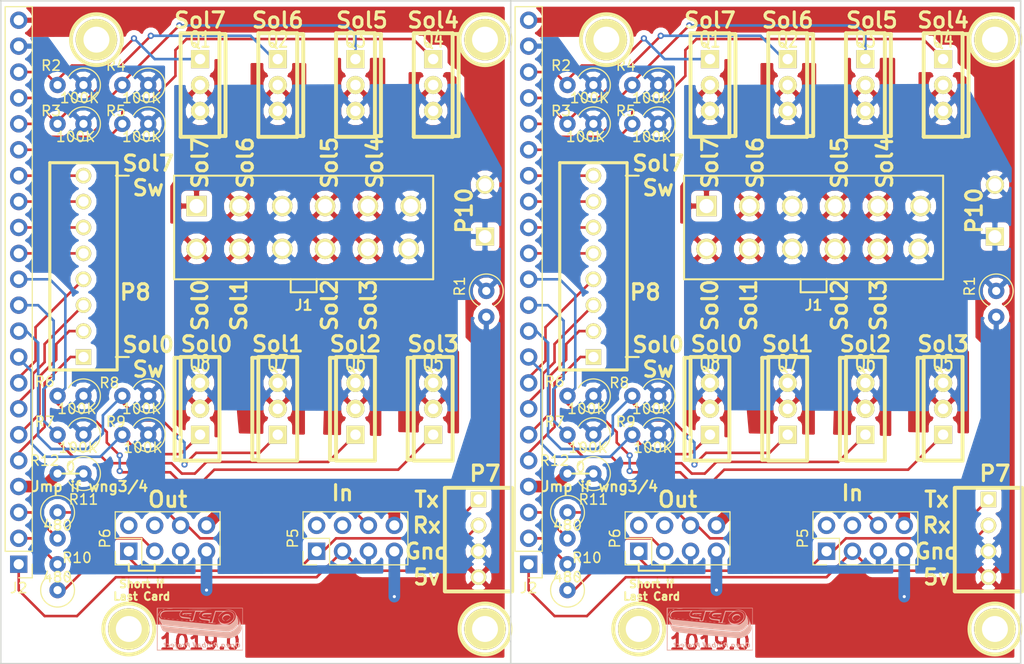
<source format=kicad_pcb>
(kicad_pcb (version 4) (host pcbnew 4.0.7)
  (title_block (title "Panel, Plank Solenoid Driver Gen2 (1019)") (rev -) (company "Open Pinball Project"))
  (layers (0 F.Cu signal) (31 B.Cu signal) (34 B.Paste user) (35 F.Paste user) (36 B.SilkS user) (37 F.SilkS user) (38 B.Mask user) (39 F.Mask user) (44 Edge.Cuts user))
  (net 0 "")
  (net 1 "Net-(J1-Pad11)")
  (net 2 GNDPWR)
  (net 3 "Net-(J1-Pad5)")
  (net 4 "Net-(J1-Pad4)")
  (net 5 "Net-(J1-Pad1)")
  (net 6 "Net-(J1-Pad2)")
  (net 7 "Net-(J1-Pad8)")
  (net 8 /P4.0)
  (net 9 /P4.1)
  (net 10 /P4.2)
  (net 11 /P4.3)
  (net 12 /P0.0)
  (net 13 /P0.1)
  (net 14 /P0.2)
  (net 15 /P0.3)
  (net 16 /P0.4)
  (net 17 /P0.5)
  (net 18 /P0.6)
  (net 19 /P0.7)
  (net 20 /P1.0)
  (net 21 /P1.1)
  (net 22 /P1.2)
  (net 23 /P1.3)
  (net 24 /P1.4)
  (net 25 /P1.5)
  (net 26 /P1.6)
  (net 27 /P1.7)
  (net 28 GND)
  (net 29 +5V)
  (net 30 "Net-(P1-Pad1)")
  (net 31 "Net-(P2-Pad1)")
  (net 32 "Net-(P3-Pad1)")
  (net 33 "Net-(P4-Pad1)")
  (net 34 "Net-(P5-Pad1)")
  (net 35 "Net-(P5-Pad2)")
  (net 36 "Net-(P5-Pad4)")
  (net 37 "Net-(P5-Pad6)")
  (net 38 +12V1)
  (net 39 "Net-(P6-Pad2)")
  (net 40 "Net-(P6-Pad3)")
  (net 41 "Net-(P6-Pad4)")
  (net 42 "Net-(J1-Pad10)")
  (net 43 "Net-(J1-Pad7)")
  (module commonlib:00_mtg_hole-2-56 (layer F.Cu) (at 157.48 101.6)
    (fp_text reference P2 hide)
    (fp_text value TST hide)
    (pad 1 thru_hole circle (at 0 0) (size 4.064 4.064) (drill 2.54) (layers *.Cu *.Mask F.SilkS) (net 31 "Net-(P2-Pad1)"))
  )
  (module commonlib:00_th1x8x100-lock (layer F.Cu) (at 118.11 66.04 90)
    (fp_text reference P8 (at -2.54 5.08 180) (layer F.SilkS) (effects (font (thickness 0.3048))))
    (fp_text value CONN_8 hide)
    (pad 1 thru_hole rect (at -8.89 0 90) (size 1.524 1.524) (drill 1.00076) (layers *.Cu *.Mask F.SilkS) (net 12 /P0.0))
    (pad 2 thru_hole circle (at -6.35 0 90) (size 1.524 1.524) (drill 1.00076) (layers *.Cu *.Mask F.SilkS) (net 13 /P0.1))
    (pad 3 thru_hole circle (at -3.81 0 90) (size 1.524 1.524) (drill 1.00076) (layers *.Cu *.Mask F.SilkS) (net 14 /P0.2))
    (pad 4 thru_hole circle (at -1.27 0 90) (size 1.524 1.524) (drill 1.00076) (layers *.Cu *.Mask F.SilkS) (net 15 /P0.3))
    (pad 5 thru_hole circle (at 1.27 0 90) (size 1.524 1.524) (drill 1.00076) (layers *.Cu *.Mask F.SilkS) (net 20 /P1.0))
    (pad 6 thru_hole circle (at 3.81 0 90) (size 1.524 1.524) (drill 1.00076) (layers *.Cu *.Mask F.SilkS) (net 21 /P1.1))
    (pad 7 thru_hole circle (at 6.35 0 90) (size 1.524 1.524) (drill 1.00076) (layers *.Cu *.Mask F.SilkS) (net 22 /P1.2))
    (pad 8 thru_hole circle (at 8.89 0 90) (size 1.524 1.524) (drill 1.00076) (layers *.Cu *.Mask F.SilkS) (net 23 /P1.3))
  )
  (module Libraries:00_th2x6x4.2mm_cheap (layer F.Cu) (at 139.7 62.23 180)
    (fp_text reference J1 (at 0 -7.62 180) (layer F.SilkS) (effects (font (size 1.016 1.016) (thickness 0.2032))))
    (fp_text value Conn_02x06_Top_Bottom hide)
    (pad 12 thru_hole circle (at -10.3 -2.1 180) (size 1.99898 1.99898) (drill 1.39954) (layers *.Cu *.Mask F.SilkS) (net 2 GNDPWR))
    (pad 11 thru_hole circle (at -6.3 -2.1 180) (size 1.99898 1.99898) (drill 1.39954) (layers *.Cu *.Mask F.SilkS) (net 1 "Net-(J1-Pad11)"))
    (pad 10 thru_hole circle (at -2.1 -2.1 180) (size 1.99898 1.99898) (drill 1.39954) (layers *.Cu *.Mask F.SilkS) (net 42 "Net-(J1-Pad10)"))
    (pad 6 thru_hole circle (at -10.5 2.1 180) (size 1.99898 1.99898) (drill 1.39954) (layers *.Cu *.Mask F.SilkS) (net 2 GNDPWR))
    (pad 5 thru_hole circle (at -6.3 2.1 180) (size 1.99898 1.99898) (drill 1.39954) (layers *.Cu *.Mask F.SilkS) (net 3 "Net-(J1-Pad5)"))
    (pad 4 thru_hole circle (at -2.1 2.1 180) (size 1.99898 1.99898) (drill 1.39954) (layers *.Cu *.Mask F.SilkS) (net 4 "Net-(J1-Pad4)"))
    (pad 1 thru_hole rect (at 10.5 2.1 180) (size 1.99898 1.99898) (drill 1.39954) (layers *.Cu *.Mask F.SilkS) (net 5 "Net-(J1-Pad1)"))
    (pad 2 thru_hole circle (at 6.3 2.1 180) (size 2 2) (drill 1.39954) (layers *.Cu *.Mask F.SilkS) (net 6 "Net-(J1-Pad2)"))
    (pad 3 thru_hole circle (at 2.1 2.1 180) (size 1.99898 1.99898) (drill 1.39954) (layers *.Cu *.Mask F.SilkS) (net 2 GNDPWR))
    (pad 7 thru_hole circle (at 10.5 -2.1 180) (size 1.99898 1.99898) (drill 1.39954) (layers *.Cu *.Mask F.SilkS) (net 43 "Net-(J1-Pad7)"))
    (pad 8 thru_hole circle (at 6.3 -2.1 180) (size 1.99898 1.99898) (drill 1.39954) (layers *.Cu *.Mask F.SilkS) (net 7 "Net-(J1-Pad8)"))
    (pad 9 thru_hole circle (at 2.1 -2.1 180) (size 1.99898 1.99898) (drill 1.39954) (layers *.Cu *.Mask F.SilkS) (net 2 GNDPWR))
  )
  (module Pin_Headers:Pin_Header_Straight_1x22_Pitch2.54mm (layer F.Cu) (at 111.76 95.25 180)
    (fp_text reference J2 (at 0 -2.33 180) (layer F.SilkS))
    (fp_text value Conn_01x22 hide)
    (pad 1 thru_hole rect (at 0 0 180) (size 1.7 1.7) (drill 1) (layers *.Cu *.Mask) (net 8 /P4.0))
    (pad 2 thru_hole oval (at 0 2.54 180) (size 1.7 1.7) (drill 1) (layers *.Cu *.Mask) (net 9 /P4.1))
    (pad 3 thru_hole oval (at 0 5.08 180) (size 1.7 1.7) (drill 1) (layers *.Cu *.Mask) (net 10 /P4.2))
    (pad 4 thru_hole oval (at 0 7.62 180) (size 1.7 1.7) (drill 1) (layers *.Cu *.Mask) (net 11 /P4.3))
    (pad 5 thru_hole oval (at 0 10.16 180) (size 1.7 1.7) (drill 1) (layers *.Cu *.Mask) (net 12 /P0.0))
    (pad 6 thru_hole oval (at 0 12.7 180) (size 1.7 1.7) (drill 1) (layers *.Cu *.Mask) (net 13 /P0.1))
    (pad 7 thru_hole oval (at 0 15.24 180) (size 1.7 1.7) (drill 1) (layers *.Cu *.Mask) (net 14 /P0.2))
    (pad 8 thru_hole oval (at 0 17.78 180) (size 1.7 1.7) (drill 1) (layers *.Cu *.Mask) (net 15 /P0.3))
    (pad 9 thru_hole oval (at 0 20.32 180) (size 1.7 1.7) (drill 1) (layers *.Cu *.Mask) (net 16 /P0.4))
    (pad 10 thru_hole oval (at 0 22.86 180) (size 1.7 1.7) (drill 1) (layers *.Cu *.Mask) (net 17 /P0.5))
    (pad 11 thru_hole oval (at 0 25.4 180) (size 1.7 1.7) (drill 1) (layers *.Cu *.Mask) (net 18 /P0.6))
    (pad 12 thru_hole oval (at 0 27.94 180) (size 1.7 1.7) (drill 1) (layers *.Cu *.Mask) (net 19 /P0.7))
    (pad 13 thru_hole oval (at 0 30.48 180) (size 1.7 1.7) (drill 1) (layers *.Cu *.Mask) (net 20 /P1.0))
    (pad 14 thru_hole oval (at 0 33.02 180) (size 1.7 1.7) (drill 1) (layers *.Cu *.Mask) (net 21 /P1.1))
    (pad 15 thru_hole oval (at 0 35.56 180) (size 1.7 1.7) (drill 1) (layers *.Cu *.Mask) (net 22 /P1.2))
    (pad 16 thru_hole oval (at 0 38.1 180) (size 1.7 1.7) (drill 1) (layers *.Cu *.Mask) (net 23 /P1.3))
    (pad 17 thru_hole oval (at 0 40.64 180) (size 1.7 1.7) (drill 1) (layers *.Cu *.Mask) (net 24 /P1.4))
    (pad 18 thru_hole oval (at 0 43.18 180) (size 1.7 1.7) (drill 1) (layers *.Cu *.Mask) (net 25 /P1.5))
    (pad 19 thru_hole oval (at 0 45.72 180) (size 1.7 1.7) (drill 1) (layers *.Cu *.Mask) (net 26 /P1.6))
    (pad 20 thru_hole oval (at 0 48.26 180) (size 1.7 1.7) (drill 1) (layers *.Cu *.Mask) (net 27 /P1.7))
    (pad 21 thru_hole oval (at 0 50.8 180) (size 1.7 1.7) (drill 1) (layers *.Cu *.Mask) (net 28 GND))
    (pad 22 thru_hole oval (at 0 53.34 180) (size 1.7 1.7) (drill 1) (layers *.Cu *.Mask) (net 29 +5V))
  )
  (module commonlib:00_mtg_hole-2-56 (layer F.Cu) (at 122.555 101.6)
    (fp_text reference P1 hide)
    (fp_text value TST hide)
    (pad 1 thru_hole circle (at 0 0) (size 4.064 4.064) (drill 2.54) (layers *.Cu *.Mask F.SilkS) (net 30 "Net-(P1-Pad1)"))
  )
  (module commonlib:00_mtg_hole-2-56 (layer F.Cu) (at 119.38 43.815)
    (fp_text reference P3 hide)
    (fp_text value TST hide)
    (pad 1 thru_hole circle (at 0 0) (size 4.064 4.064) (drill 2.54) (layers *.Cu *.Mask F.SilkS) (net 32 "Net-(P3-Pad1)"))
  )
  (module commonlib:00_mtg_hole-2-56 (layer F.Cu) (at 157.48 43.815)
    (fp_text reference P4 hide)
    (fp_text value TST hide)
    (pad 1 thru_hole circle (at 0 0) (size 4.064 4.064) (drill 2.54) (layers *.Cu *.Mask F.SilkS) (net 33 "Net-(P4-Pad1)"))
  )
  (module Pin_Headers:Pin_Header_Straight_2x04_Pitch2.54mm (layer F.Cu) (at 140.97 93.98 90)
    (fp_text reference P5 (at 1.27 -2.33 90) (layer F.SilkS))
    (fp_text value CONN_4X2 hide)
    (pad 1 thru_hole rect (at 0 0 90) (size 1.7 1.7) (drill 1) (layers *.Cu *.Mask) (net 34 "Net-(P5-Pad1)"))
    (pad 2 thru_hole oval (at 2.54 0 90) (size 1.7 1.7) (drill 1) (layers *.Cu *.Mask) (net 35 "Net-(P5-Pad2)"))
    (pad 3 thru_hole oval (at 0 2.54 90) (size 1.7 1.7) (drill 1) (layers *.Cu *.Mask) (net 8 /P4.0))
    (pad 4 thru_hole oval (at 2.54 2.54 90) (size 1.7 1.7) (drill 1) (layers *.Cu *.Mask) (net 36 "Net-(P5-Pad4)"))
    (pad 5 thru_hole oval (at 0 5.08 90) (size 1.7 1.7) (drill 1) (layers *.Cu *.Mask) (net 28 GND))
    (pad 6 thru_hole oval (at 2.54 5.08 90) (size 1.7 1.7) (drill 1) (layers *.Cu *.Mask) (net 37 "Net-(P5-Pad6)"))
    (pad 7 thru_hole oval (at 0 7.62 90) (size 1.7 1.7) (drill 1) (layers *.Cu *.Mask) (net 29 +5V))
    (pad 8 thru_hole oval (at 2.54 7.62 90) (size 1.7 1.7) (drill 1) (layers *.Cu *.Mask) (net 38 +12V1))
  )
  (module Pin_Headers:Pin_Header_Straight_2x04_Pitch2.54mm (layer F.Cu) (at 122.555 93.98 90)
    (fp_text reference P6 (at 1.27 -2.33 90) (layer F.SilkS))
    (fp_text value CONN_4X2 hide)
    (pad 1 thru_hole rect (at 0 0 90) (size 1.7 1.7) (drill 1) (layers *.Cu *.Mask) (net 34 "Net-(P5-Pad1)"))
    (pad 2 thru_hole oval (at 2.54 0 90) (size 1.7 1.7) (drill 1) (layers *.Cu *.Mask) (net 39 "Net-(P6-Pad2)"))
    (pad 3 thru_hole oval (at 0 2.54 90) (size 1.7 1.7) (drill 1) (layers *.Cu *.Mask) (net 40 "Net-(P6-Pad3)"))
    (pad 4 thru_hole oval (at 2.54 2.54 90) (size 1.7 1.7) (drill 1) (layers *.Cu *.Mask) (net 41 "Net-(P6-Pad4)"))
    (pad 5 thru_hole oval (at 0 5.08 90) (size 1.7 1.7) (drill 1) (layers *.Cu *.Mask) (net 28 GND))
    (pad 6 thru_hole oval (at 2.54 5.08 90) (size 1.7 1.7) (drill 1) (layers *.Cu *.Mask) (net 37 "Net-(P5-Pad6)"))
    (pad 7 thru_hole oval (at 0 7.62 90) (size 1.7 1.7) (drill 1) (layers *.Cu *.Mask) (net 29 +5V))
    (pad 8 thru_hole oval (at 2.54 7.62 90) (size 1.7 1.7) (drill 1) (layers *.Cu *.Mask) (net 38 +12V1))
  )
  (module commonlib:00_th1x4x100-lock (layer F.Cu) (at 156.845 92.71 270)
    (fp_text reference P7 (at -6.35 -0.635 360) (layer F.SilkS) (effects (font (thickness 0.3048))))
    (fp_text value CONN_4 hide)
    (pad 1 thru_hole rect (at -3.81 0 270) (size 1.524 1.524) (drill 1.00076) (layers *.Cu *.Mask F.SilkS) (net 34 "Net-(P5-Pad1)"))
    (pad 2 thru_hole circle (at -1.27 0 270) (size 1.524 1.524) (drill 1.00076) (layers *.Cu *.Mask F.SilkS) (net 8 /P4.0))
    (pad 3 thru_hole circle (at 1.27 0 270) (size 1.524 1.524) (drill 1.00076) (layers *.Cu *.Mask F.SilkS) (net 28 GND))
    (pad 4 thru_hole circle (at 3.81 0 270) (size 1.524 1.524) (drill 1.00076) (layers *.Cu *.Mask F.SilkS) (net 29 +5V))
  )
  (module commonlib:00_th1x2x200 (layer F.Cu) (at 157.48 60.579 90)
    (fp_text reference P10 (at 0 -2.032 90) (layer F.SilkS) (effects (font (thickness 0.3048))))
    (fp_text value SPADE_187 hide)
    (pad 1 thru_hole rect (at -2.54 0 90) (size 1.778 1.778) (drill 1.27) (layers *.Cu *.Mask F.SilkS) (net 2 GNDPWR))
    (pad 2 thru_hole circle (at 2.54 0 90) (size 1.778 1.778) (drill 1.27) (layers *.Cu *.Mask F.SilkS) (net 2 GNDPWR))
  )
  (module commonlib:00_to220_vert_gds (layer F.Cu) (at 129.54 48.26 180)
    (fp_text reference Q1 (at 0 4.445 180) (layer F.SilkS) (effects (font (size 1.524 1.016) (thickness 0.2032))))
    (fp_text value MOSFET_N hide)
    (pad S thru_hole circle (at 0 -2.54 180) (size 1.778 1.778) (drill 1.016) (layers *.Cu *.Mask F.SilkS) (net 2 GNDPWR))
    (pad D thru_hole circle (at 0 0 180) (size 1.778 1.778) (drill 1.016) (layers *.Cu *.Mask F.SilkS) (net 5 "Net-(J1-Pad1)"))
    (pad G thru_hole rect (at 0 2.54 180) (size 1.778 1.778) (drill 1.016) (layers *.Cu *.Mask F.SilkS) (net 27 /P1.7))
  )
  (module commonlib:00_to220_vert_gds (layer F.Cu) (at 137.16 48.26 180)
    (fp_text reference Q2 (at 0 4.445 180) (layer F.SilkS) (effects (font (size 1.524 1.016) (thickness 0.2032))))
    (fp_text value MOSFET_N hide)
    (pad S thru_hole circle (at 0 -2.54 180) (size 1.778 1.778) (drill 1.016) (layers *.Cu *.Mask F.SilkS) (net 2 GNDPWR))
    (pad D thru_hole circle (at 0 0 180) (size 1.778 1.778) (drill 1.016) (layers *.Cu *.Mask F.SilkS) (net 6 "Net-(J1-Pad2)"))
    (pad G thru_hole rect (at 0 2.54 180) (size 1.778 1.778) (drill 1.016) (layers *.Cu *.Mask F.SilkS) (net 26 /P1.6))
  )
  (module commonlib:00_to220_vert_gds (layer F.Cu) (at 144.78 48.26 180)
    (fp_text reference Q3 (at 0 4.445 180) (layer F.SilkS) (effects (font (size 1.524 1.016) (thickness 0.2032))))
    (fp_text value MOSFET_N hide)
    (pad S thru_hole circle (at 0 -2.54 180) (size 1.778 1.778) (drill 1.016) (layers *.Cu *.Mask F.SilkS) (net 2 GNDPWR))
    (pad D thru_hole circle (at 0 0 180) (size 1.778 1.778) (drill 1.016) (layers *.Cu *.Mask F.SilkS) (net 4 "Net-(J1-Pad4)"))
    (pad G thru_hole rect (at 0 2.54 180) (size 1.778 1.778) (drill 1.016) (layers *.Cu *.Mask F.SilkS) (net 25 /P1.5))
  )
  (module commonlib:00_to220_vert_gds (layer F.Cu) (at 152.4 48.26 180)
    (fp_text reference Q4 (at 0 4.445 180) (layer F.SilkS) (effects (font (size 1.524 1.016) (thickness 0.2032))))
    (fp_text value MOSFET_N hide)
    (pad S thru_hole circle (at 0 -2.54 180) (size 1.778 1.778) (drill 1.016) (layers *.Cu *.Mask F.SilkS) (net 2 GNDPWR))
    (pad D thru_hole circle (at 0 0 180) (size 1.778 1.778) (drill 1.016) (layers *.Cu *.Mask F.SilkS) (net 3 "Net-(J1-Pad5)"))
    (pad G thru_hole rect (at 0 2.54 180) (size 1.778 1.778) (drill 1.016) (layers *.Cu *.Mask F.SilkS) (net 24 /P1.4))
  )
  (module commonlib:00_to220_vert_gds (layer F.Cu) (at 152.4 80.01)
    (fp_text reference Q5 (at 0 -4.445 180) (layer F.SilkS) (effects (font (size 1.524 1.016) (thickness 0.2032))))
    (fp_text value MOSFET_N hide)
    (pad S thru_hole circle (at 0 -2.54) (size 1.778 1.778) (drill 1.016) (layers *.Cu *.Mask F.SilkS) (net 2 GNDPWR))
    (pad D thru_hole circle (at 0 0) (size 1.778 1.778) (drill 1.016) (layers *.Cu *.Mask F.SilkS) (net 1 "Net-(J1-Pad11)"))
    (pad G thru_hole rect (at 0 2.54) (size 1.778 1.778) (drill 1.016) (layers *.Cu *.Mask F.SilkS) (net 19 /P0.7))
  )
  (module commonlib:00_to220_vert_gds (layer F.Cu) (at 144.78 80.01)
    (fp_text reference Q6 (at 0 -4.445 180) (layer F.SilkS) (effects (font (size 1.524 1.016) (thickness 0.2032))))
    (fp_text value MOSFET_N hide)
    (pad S thru_hole circle (at 0 -2.54) (size 1.778 1.778) (drill 1.016) (layers *.Cu *.Mask F.SilkS) (net 2 GNDPWR))
    (pad D thru_hole circle (at 0 0) (size 1.778 1.778) (drill 1.016) (layers *.Cu *.Mask F.SilkS) (net 42 "Net-(J1-Pad10)"))
    (pad G thru_hole rect (at 0 2.54) (size 1.778 1.778) (drill 1.016) (layers *.Cu *.Mask F.SilkS) (net 18 /P0.6))
  )
  (module commonlib:00_to220_vert_gds (layer F.Cu) (at 137.16 80.01)
    (fp_text reference Q7 (at 0 -4.445 180) (layer F.SilkS) (effects (font (size 1.524 1.016) (thickness 0.2032))))
    (fp_text value MOSFET_N hide)
    (pad S thru_hole circle (at 0 -2.54) (size 1.778 1.778) (drill 1.016) (layers *.Cu *.Mask F.SilkS) (net 2 GNDPWR))
    (pad D thru_hole circle (at 0 0) (size 1.778 1.778) (drill 1.016) (layers *.Cu *.Mask F.SilkS) (net 7 "Net-(J1-Pad8)"))
    (pad G thru_hole rect (at 0 2.54) (size 1.778 1.778) (drill 1.016) (layers *.Cu *.Mask F.SilkS) (net 17 /P0.5))
  )
  (module commonlib:00_to220_vert_gds (layer F.Cu) (at 129.54 80.01)
    (fp_text reference Q8 (at 0 -4.445 180) (layer F.SilkS) (effects (font (size 1.524 1.016) (thickness 0.2032))))
    (fp_text value MOSFET_N hide)
    (pad S thru_hole circle (at 0 -2.54) (size 1.778 1.778) (drill 1.016) (layers *.Cu *.Mask F.SilkS) (net 2 GNDPWR))
    (pad D thru_hole circle (at 0 0) (size 1.778 1.778) (drill 1.016) (layers *.Cu *.Mask F.SilkS) (net 43 "Net-(J1-Pad7)"))
    (pad G thru_hole rect (at 0 2.54) (size 1.778 1.778) (drill 1.016) (layers *.Cu *.Mask F.SilkS) (net 16 /P0.4))
  )
  (module Resistors_THT:R_Axial_DIN0309_L9.0mm_D3.2mm_P2.54mm_Vertical (layer F.Cu) (at 157.607 68.453 270)
    (fp_text reference R1 (at -0.453 2.607 270) (layer F.SilkS))
    (fp_text value 0)
    (pad 1 thru_hole circle (at 0 0 270) (size 1.6 1.6) (drill 0.8) (layers *.Cu *.Mask) (net 2 GNDPWR))
    (pad 2 thru_hole oval (at 2.54 0 270) (size 1.6 1.6) (drill 0.8) (layers *.Cu *.Mask) (net 28 GND))
  )
  (module Resistors_THT:R_Axial_DIN0309_L9.0mm_D3.2mm_P2.54mm_Vertical (layer F.Cu) (at 118.11 48.26 180)
    (fp_text reference R2 (at 3.175 1.905 180) (layer F.SilkS))
    (fp_text value 100K (at 0.381 -1.27 180) (layer F.SilkS))
    (pad 1 thru_hole circle (at 0 0 180) (size 1.6 1.6) (drill 0.8) (layers *.Cu *.Mask) (net 28 GND))
    (pad 2 thru_hole oval (at 2.54 0 180) (size 1.6 1.6) (drill 0.8) (layers *.Cu *.Mask) (net 27 /P1.7))
  )
  (module Resistors_THT:R_Axial_DIN0309_L9.0mm_D3.2mm_P2.54mm_Vertical (layer F.Cu) (at 118.11 52.07 180)
    (fp_text reference R3 (at 3.175 1.27 180) (layer F.SilkS))
    (fp_text value 100K (at 0.762 -1.27 180) (layer F.SilkS))
    (pad 1 thru_hole circle (at 0 0 180) (size 1.6 1.6) (drill 0.8) (layers *.Cu *.Mask) (net 28 GND))
    (pad 2 thru_hole oval (at 2.54 0 180) (size 1.6 1.6) (drill 0.8) (layers *.Cu *.Mask) (net 26 /P1.6))
  )
  (module Resistors_THT:R_Axial_DIN0309_L9.0mm_D3.2mm_P2.54mm_Vertical (layer F.Cu) (at 124.46 48.26 180)
    (fp_text reference R4 (at 3.175 1.905 180) (layer F.SilkS))
    (fp_text value 100K (at 0.635 -1.27 180) (layer F.SilkS))
    (pad 1 thru_hole circle (at 0 0 180) (size 1.6 1.6) (drill 0.8) (layers *.Cu *.Mask) (net 28 GND))
    (pad 2 thru_hole oval (at 2.54 0 180) (size 1.6 1.6) (drill 0.8) (layers *.Cu *.Mask) (net 25 /P1.5))
  )
  (module Resistors_THT:R_Axial_DIN0309_L9.0mm_D3.2mm_P2.54mm_Vertical (layer F.Cu) (at 124.46 52.07 180)
    (fp_text reference R5 (at 3.175 1.27 180) (layer F.SilkS))
    (fp_text value 100K (at 0.635 -1.27 180) (layer F.SilkS))
    (pad 1 thru_hole circle (at 0 0 180) (size 1.6 1.6) (drill 0.8) (layers *.Cu *.Mask) (net 28 GND))
    (pad 2 thru_hole oval (at 2.54 0 180) (size 1.6 1.6) (drill 0.8) (layers *.Cu *.Mask) (net 24 /P1.4))
  )
  (module Resistors_THT:R_Axial_DIN0309_L9.0mm_D3.2mm_P2.54mm_Vertical (layer F.Cu) (at 118.11 78.74 180)
    (fp_text reference R6 (at 3.81 1.397 180) (layer F.SilkS))
    (fp_text value 100K (at 0.635 -1.27 180) (layer F.SilkS))
    (pad 1 thru_hole circle (at 0 0 180) (size 1.6 1.6) (drill 0.8) (layers *.Cu *.Mask) (net 28 GND))
    (pad 2 thru_hole oval (at 2.54 0 180) (size 1.6 1.6) (drill 0.8) (layers *.Cu *.Mask) (net 19 /P0.7))
  )
  (module Resistors_THT:R_Axial_DIN0309_L9.0mm_D3.2mm_P2.54mm_Vertical (layer F.Cu) (at 118.11 82.55 180)
    (fp_text reference R7 (at 3.81 1.27 180) (layer F.SilkS))
    (fp_text value 100K (at 0.508 -1.27 180) (layer F.SilkS))
    (pad 1 thru_hole circle (at 0 0 180) (size 1.6 1.6) (drill 0.8) (layers *.Cu *.Mask) (net 28 GND))
    (pad 2 thru_hole oval (at 2.54 0 180) (size 1.6 1.6) (drill 0.8) (layers *.Cu *.Mask) (net 18 /P0.6))
  )
  (module Resistors_THT:R_Axial_DIN0309_L9.0mm_D3.2mm_P2.54mm_Vertical (layer F.Cu) (at 124.46 78.74 180)
    (fp_text reference R8 (at 3.81 1.27 180) (layer F.SilkS))
    (fp_text value 100K (at 0.635 -1.27 180) (layer F.SilkS))
    (pad 1 thru_hole circle (at 0 0 180) (size 1.6 1.6) (drill 0.8) (layers *.Cu *.Mask) (net 28 GND))
    (pad 2 thru_hole oval (at 2.54 0 180) (size 1.6 1.6) (drill 0.8) (layers *.Cu *.Mask) (net 17 /P0.5))
  )
  (module Resistors_THT:R_Axial_DIN0309_L9.0mm_D3.2mm_P2.54mm_Vertical (layer F.Cu) (at 124.46 82.55 180)
    (fp_text reference R9 (at 3.175 1.27 180) (layer F.SilkS))
    (fp_text value 100K (at 0.508 -1.27 180) (layer F.SilkS))
    (pad 1 thru_hole circle (at 0 0 180) (size 1.6 1.6) (drill 0.8) (layers *.Cu *.Mask) (net 28 GND))
    (pad 2 thru_hole oval (at 2.54 0 180) (size 1.6 1.6) (drill 0.8) (layers *.Cu *.Mask) (net 16 /P0.4))
  )
  (module Resistors_THT:R_Axial_DIN0309_L9.0mm_D3.2mm_P2.54mm_Vertical (layer F.Cu) (at 115.57 97.79 90)
    (fp_text reference R10 (at 3.175 1.905 180) (layer F.SilkS))
    (fp_text value 480 (at 1.27 0 180) (layer F.SilkS))
    (pad 1 thru_hole circle (at 0 0 90) (size 1.6 1.6) (drill 0.8) (layers *.Cu *.Mask) (net 40 "Net-(P6-Pad3)"))
    (pad 2 thru_hole oval (at 2.54 0 90) (size 1.6 1.6) (drill 0.8) (layers *.Cu *.Mask) (net 9 /P4.1))
  )
  (module Resistors_THT:R_Axial_DIN0309_L9.0mm_D3.2mm_P2.54mm_Vertical (layer F.Cu) (at 115.57 90.17 270)
    (fp_text reference R11 (at -1.27 -2.54 360) (layer F.SilkS))
    (fp_text value 480 (at 1.27 0 360) (layer F.SilkS))
    (pad 1 thru_hole circle (at 0 0 270) (size 1.6 1.6) (drill 0.8) (layers *.Cu *.Mask) (net 37 "Net-(P5-Pad6)"))
    (pad 2 thru_hole oval (at 2.54 0 270) (size 1.6 1.6) (drill 0.8) (layers *.Cu *.Mask) (net 10 /P4.2))
  )
  (module Resistors_THT:R_Axial_DIN0309_L9.0mm_D3.2mm_P2.54mm_Vertical (layer F.Cu) (at 118.11 86.36 180)
    (fp_text reference R12 (at 3.81 1.27 180) (layer F.SilkS))
    (fp_text value 0 (at 1.27 0.635 180) (layer F.SilkS))
    (pad 1 thru_hole circle (at 0 0 180) (size 1.6 1.6) (drill 0.8) (layers *.Cu *.Mask) (net 28 GND))
    (pad 2 thru_hole oval (at 2.54 0 180) (size 1.6 1.6) (drill 0.8) (layers *.Cu *.Mask) (net 11 /P4.3))
  )
  (module opp_logo_backsilk:opp_logo_backsilk (layer F.Cu) (at 129.54 101.6)
    (fp_text reference VAL hide)
    (fp_text value REF hide)
  )
  (module commonlib:00_th1x8x100-lock (layer F.Cu) (at 168.11 66.04 90)
    (fp_text reference P8 (at -2.54 5.08 180) (layer F.SilkS) (effects (font (thickness 0.3048))))
    (fp_text value CONN_8 hide)
    (pad 1 thru_hole rect (at -8.89 0 90) (size 1.524 1.524) (drill 1.00076) (layers *.Cu *.Mask F.SilkS) (net 12 /P0.0))
    (pad 2 thru_hole circle (at -6.35 0 90) (size 1.524 1.524) (drill 1.00076) (layers *.Cu *.Mask F.SilkS) (net 13 /P0.1))
    (pad 3 thru_hole circle (at -3.81 0 90) (size 1.524 1.524) (drill 1.00076) (layers *.Cu *.Mask F.SilkS) (net 14 /P0.2))
    (pad 4 thru_hole circle (at -1.27 0 90) (size 1.524 1.524) (drill 1.00076) (layers *.Cu *.Mask F.SilkS) (net 15 /P0.3))
    (pad 5 thru_hole circle (at 1.27 0 90) (size 1.524 1.524) (drill 1.00076) (layers *.Cu *.Mask F.SilkS) (net 20 /P1.0))
    (pad 6 thru_hole circle (at 3.81 0 90) (size 1.524 1.524) (drill 1.00076) (layers *.Cu *.Mask F.SilkS) (net 21 /P1.1))
    (pad 7 thru_hole circle (at 6.35 0 90) (size 1.524 1.524) (drill 1.00076) (layers *.Cu *.Mask F.SilkS) (net 22 /P1.2))
    (pad 8 thru_hole circle (at 8.89 0 90) (size 1.524 1.524) (drill 1.00076) (layers *.Cu *.Mask F.SilkS) (net 23 /P1.3))
  )
  (module Libraries:00_th2x6x4.2mm_cheap (layer F.Cu) (at 189.7 62.23 180)
    (fp_text reference J1 (at 0 -7.62 180) (layer F.SilkS) (effects (font (size 1.016 1.016) (thickness 0.2032))))
    (fp_text value Conn_02x06_Top_Bottom hide)
    (pad 12 thru_hole circle (at -10.3 -2.1 180) (size 1.99898 1.99898) (drill 1.39954) (layers *.Cu *.Mask F.SilkS) (net 2 GNDPWR))
    (pad 11 thru_hole circle (at -6.3 -2.1 180) (size 1.99898 1.99898) (drill 1.39954) (layers *.Cu *.Mask F.SilkS) (net 1 "Net-(J1-Pad11)"))
    (pad 10 thru_hole circle (at -2.1 -2.1 180) (size 1.99898 1.99898) (drill 1.39954) (layers *.Cu *.Mask F.SilkS) (net 42 "Net-(J1-Pad10)"))
    (pad 6 thru_hole circle (at -10.5 2.1 180) (size 1.99898 1.99898) (drill 1.39954) (layers *.Cu *.Mask F.SilkS) (net 2 GNDPWR))
    (pad 5 thru_hole circle (at -6.3 2.1 180) (size 1.99898 1.99898) (drill 1.39954) (layers *.Cu *.Mask F.SilkS) (net 3 "Net-(J1-Pad5)"))
    (pad 4 thru_hole circle (at -2.1 2.1 180) (size 1.99898 1.99898) (drill 1.39954) (layers *.Cu *.Mask F.SilkS) (net 4 "Net-(J1-Pad4)"))
    (pad 1 thru_hole rect (at 10.5 2.1 180) (size 1.99898 1.99898) (drill 1.39954) (layers *.Cu *.Mask F.SilkS) (net 5 "Net-(J1-Pad1)"))
    (pad 2 thru_hole circle (at 6.3 2.1 180) (size 2 2) (drill 1.39954) (layers *.Cu *.Mask F.SilkS) (net 6 "Net-(J1-Pad2)"))
    (pad 3 thru_hole circle (at 2.1 2.1 180) (size 1.99898 1.99898) (drill 1.39954) (layers *.Cu *.Mask F.SilkS) (net 2 GNDPWR))
    (pad 7 thru_hole circle (at 10.5 -2.1 180) (size 1.99898 1.99898) (drill 1.39954) (layers *.Cu *.Mask F.SilkS) (net 43 "Net-(J1-Pad7)"))
    (pad 8 thru_hole circle (at 6.3 -2.1 180) (size 1.99898 1.99898) (drill 1.39954) (layers *.Cu *.Mask F.SilkS) (net 7 "Net-(J1-Pad8)"))
    (pad 9 thru_hole circle (at 2.1 -2.1 180) (size 1.99898 1.99898) (drill 1.39954) (layers *.Cu *.Mask F.SilkS) (net 2 GNDPWR))
  )
  (module Pin_Headers:Pin_Header_Straight_1x22_Pitch2.54mm (layer F.Cu) (at 161.76 95.25 180)
    (fp_text reference J2 (at 0 -2.33 180) (layer F.SilkS))
    (fp_text value Conn_01x22 hide)
    (pad 1 thru_hole rect (at 0 0 180) (size 1.7 1.7) (drill 1) (layers *.Cu *.Mask) (net 8 /P4.0))
    (pad 2 thru_hole oval (at 0 2.54 180) (size 1.7 1.7) (drill 1) (layers *.Cu *.Mask) (net 9 /P4.1))
    (pad 3 thru_hole oval (at 0 5.08 180) (size 1.7 1.7) (drill 1) (layers *.Cu *.Mask) (net 10 /P4.2))
    (pad 4 thru_hole oval (at 0 7.62 180) (size 1.7 1.7) (drill 1) (layers *.Cu *.Mask) (net 11 /P4.3))
    (pad 5 thru_hole oval (at 0 10.16 180) (size 1.7 1.7) (drill 1) (layers *.Cu *.Mask) (net 12 /P0.0))
    (pad 6 thru_hole oval (at 0 12.7 180) (size 1.7 1.7) (drill 1) (layers *.Cu *.Mask) (net 13 /P0.1))
    (pad 7 thru_hole oval (at 0 15.24 180) (size 1.7 1.7) (drill 1) (layers *.Cu *.Mask) (net 14 /P0.2))
    (pad 8 thru_hole oval (at 0 17.78 180) (size 1.7 1.7) (drill 1) (layers *.Cu *.Mask) (net 15 /P0.3))
    (pad 9 thru_hole oval (at 0 20.32 180) (size 1.7 1.7) (drill 1) (layers *.Cu *.Mask) (net 16 /P0.4))
    (pad 10 thru_hole oval (at 0 22.86 180) (size 1.7 1.7) (drill 1) (layers *.Cu *.Mask) (net 17 /P0.5))
    (pad 11 thru_hole oval (at 0 25.4 180) (size 1.7 1.7) (drill 1) (layers *.Cu *.Mask) (net 18 /P0.6))
    (pad 12 thru_hole oval (at 0 27.94 180) (size 1.7 1.7) (drill 1) (layers *.Cu *.Mask) (net 19 /P0.7))
    (pad 13 thru_hole oval (at 0 30.48 180) (size 1.7 1.7) (drill 1) (layers *.Cu *.Mask) (net 20 /P1.0))
    (pad 14 thru_hole oval (at 0 33.02 180) (size 1.7 1.7) (drill 1) (layers *.Cu *.Mask) (net 21 /P1.1))
    (pad 15 thru_hole oval (at 0 35.56 180) (size 1.7 1.7) (drill 1) (layers *.Cu *.Mask) (net 22 /P1.2))
    (pad 16 thru_hole oval (at 0 38.1 180) (size 1.7 1.7) (drill 1) (layers *.Cu *.Mask) (net 23 /P1.3))
    (pad 17 thru_hole oval (at 0 40.64 180) (size 1.7 1.7) (drill 1) (layers *.Cu *.Mask) (net 24 /P1.4))
    (pad 18 thru_hole oval (at 0 43.18 180) (size 1.7 1.7) (drill 1) (layers *.Cu *.Mask) (net 25 /P1.5))
    (pad 19 thru_hole oval (at 0 45.72 180) (size 1.7 1.7) (drill 1) (layers *.Cu *.Mask) (net 26 /P1.6))
    (pad 20 thru_hole oval (at 0 48.26 180) (size 1.7 1.7) (drill 1) (layers *.Cu *.Mask) (net 27 /P1.7))
    (pad 21 thru_hole oval (at 0 50.8 180) (size 1.7 1.7) (drill 1) (layers *.Cu *.Mask) (net 28 GND))
    (pad 22 thru_hole oval (at 0 53.34 180) (size 1.7 1.7) (drill 1) (layers *.Cu *.Mask) (net 29 +5V))
  )
  (module commonlib:00_mtg_hole-2-56 (layer F.Cu) (at 172.555 101.6)
    (fp_text reference P1 hide)
    (fp_text value TST hide)
    (pad 1 thru_hole circle (at 0 0) (size 4.064 4.064) (drill 2.54) (layers *.Cu *.Mask F.SilkS) (net 30 "Net-(P1-Pad1)"))
  )
  (module commonlib:00_mtg_hole-2-56 (layer F.Cu) (at 207.48 101.6)
    (fp_text reference P2 hide)
    (fp_text value TST hide)
    (pad 1 thru_hole circle (at 0 0) (size 4.064 4.064) (drill 2.54) (layers *.Cu *.Mask F.SilkS) (net 31 "Net-(P2-Pad1)"))
  )
  (module commonlib:00_mtg_hole-2-56 (layer F.Cu) (at 169.38 43.815)
    (fp_text reference P3 hide)
    (fp_text value TST hide)
    (pad 1 thru_hole circle (at 0 0) (size 4.064 4.064) (drill 2.54) (layers *.Cu *.Mask F.SilkS) (net 32 "Net-(P3-Pad1)"))
  )
  (module commonlib:00_mtg_hole-2-56 (layer F.Cu) (at 207.48 43.815)
    (fp_text reference P4 hide)
    (fp_text value TST hide)
    (pad 1 thru_hole circle (at 0 0) (size 4.064 4.064) (drill 2.54) (layers *.Cu *.Mask F.SilkS) (net 33 "Net-(P4-Pad1)"))
  )
  (module Pin_Headers:Pin_Header_Straight_2x04_Pitch2.54mm (layer F.Cu) (at 190.97 93.98 90)
    (fp_text reference P5 (at 1.27 -2.33 90) (layer F.SilkS))
    (fp_text value CONN_4X2 hide)
    (pad 1 thru_hole rect (at 0 0 90) (size 1.7 1.7) (drill 1) (layers *.Cu *.Mask) (net 34 "Net-(P5-Pad1)"))
    (pad 2 thru_hole oval (at 2.54 0 90) (size 1.7 1.7) (drill 1) (layers *.Cu *.Mask) (net 35 "Net-(P5-Pad2)"))
    (pad 3 thru_hole oval (at 0 2.54 90) (size 1.7 1.7) (drill 1) (layers *.Cu *.Mask) (net 8 /P4.0))
    (pad 4 thru_hole oval (at 2.54 2.54 90) (size 1.7 1.7) (drill 1) (layers *.Cu *.Mask) (net 36 "Net-(P5-Pad4)"))
    (pad 5 thru_hole oval (at 0 5.08 90) (size 1.7 1.7) (drill 1) (layers *.Cu *.Mask) (net 28 GND))
    (pad 6 thru_hole oval (at 2.54 5.08 90) (size 1.7 1.7) (drill 1) (layers *.Cu *.Mask) (net 37 "Net-(P5-Pad6)"))
    (pad 7 thru_hole oval (at 0 7.62 90) (size 1.7 1.7) (drill 1) (layers *.Cu *.Mask) (net 29 +5V))
    (pad 8 thru_hole oval (at 2.54 7.62 90) (size 1.7 1.7) (drill 1) (layers *.Cu *.Mask) (net 38 +12V1))
  )
  (module Pin_Headers:Pin_Header_Straight_2x04_Pitch2.54mm (layer F.Cu) (at 172.555 93.98 90)
    (fp_text reference P6 (at 1.27 -2.33 90) (layer F.SilkS))
    (fp_text value CONN_4X2 hide)
    (pad 1 thru_hole rect (at 0 0 90) (size 1.7 1.7) (drill 1) (layers *.Cu *.Mask) (net 34 "Net-(P5-Pad1)"))
    (pad 2 thru_hole oval (at 2.54 0 90) (size 1.7 1.7) (drill 1) (layers *.Cu *.Mask) (net 39 "Net-(P6-Pad2)"))
    (pad 3 thru_hole oval (at 0 2.54 90) (size 1.7 1.7) (drill 1) (layers *.Cu *.Mask) (net 40 "Net-(P6-Pad3)"))
    (pad 4 thru_hole oval (at 2.54 2.54 90) (size 1.7 1.7) (drill 1) (layers *.Cu *.Mask) (net 41 "Net-(P6-Pad4)"))
    (pad 5 thru_hole oval (at 0 5.08 90) (size 1.7 1.7) (drill 1) (layers *.Cu *.Mask) (net 28 GND))
    (pad 6 thru_hole oval (at 2.54 5.08 90) (size 1.7 1.7) (drill 1) (layers *.Cu *.Mask) (net 37 "Net-(P5-Pad6)"))
    (pad 7 thru_hole oval (at 0 7.62 90) (size 1.7 1.7) (drill 1) (layers *.Cu *.Mask) (net 29 +5V))
    (pad 8 thru_hole oval (at 2.54 7.62 90) (size 1.7 1.7) (drill 1) (layers *.Cu *.Mask) (net 38 +12V1))
  )
  (module commonlib:00_th1x4x100-lock (layer F.Cu) (at 206.845 92.71 270)
    (fp_text reference P7 (at -6.35 -0.635 360) (layer F.SilkS) (effects (font (thickness 0.3048))))
    (fp_text value CONN_4 hide)
    (pad 1 thru_hole rect (at -3.81 0 270) (size 1.524 1.524) (drill 1.00076) (layers *.Cu *.Mask F.SilkS) (net 34 "Net-(P5-Pad1)"))
    (pad 2 thru_hole circle (at -1.27 0 270) (size 1.524 1.524) (drill 1.00076) (layers *.Cu *.Mask F.SilkS) (net 8 /P4.0))
    (pad 3 thru_hole circle (at 1.27 0 270) (size 1.524 1.524) (drill 1.00076) (layers *.Cu *.Mask F.SilkS) (net 28 GND))
    (pad 4 thru_hole circle (at 3.81 0 270) (size 1.524 1.524) (drill 1.00076) (layers *.Cu *.Mask F.SilkS) (net 29 +5V))
  )
  (module commonlib:00_th1x2x200 (layer F.Cu) (at 207.48 60.579 90)
    (fp_text reference P10 (at 0 -2.032 90) (layer F.SilkS) (effects (font (thickness 0.3048))))
    (fp_text value SPADE_187 hide)
    (pad 1 thru_hole rect (at -2.54 0 90) (size 1.778 1.778) (drill 1.27) (layers *.Cu *.Mask F.SilkS) (net 2 GNDPWR))
    (pad 2 thru_hole circle (at 2.54 0 90) (size 1.778 1.778) (drill 1.27) (layers *.Cu *.Mask F.SilkS) (net 2 GNDPWR))
  )
  (module commonlib:00_to220_vert_gds (layer F.Cu) (at 179.54 48.26 180)
    (fp_text reference Q1 (at 0 4.445 180) (layer F.SilkS) (effects (font (size 1.524 1.016) (thickness 0.2032))))
    (fp_text value MOSFET_N hide)
    (pad S thru_hole circle (at 0 -2.54 180) (size 1.778 1.778) (drill 1.016) (layers *.Cu *.Mask F.SilkS) (net 2 GNDPWR))
    (pad D thru_hole circle (at 0 0 180) (size 1.778 1.778) (drill 1.016) (layers *.Cu *.Mask F.SilkS) (net 5 "Net-(J1-Pad1)"))
    (pad G thru_hole rect (at 0 2.54 180) (size 1.778 1.778) (drill 1.016) (layers *.Cu *.Mask F.SilkS) (net 27 /P1.7))
  )
  (module commonlib:00_to220_vert_gds (layer F.Cu) (at 187.16 48.26 180)
    (fp_text reference Q2 (at 0 4.445 180) (layer F.SilkS) (effects (font (size 1.524 1.016) (thickness 0.2032))))
    (fp_text value MOSFET_N hide)
    (pad S thru_hole circle (at 0 -2.54 180) (size 1.778 1.778) (drill 1.016) (layers *.Cu *.Mask F.SilkS) (net 2 GNDPWR))
    (pad D thru_hole circle (at 0 0 180) (size 1.778 1.778) (drill 1.016) (layers *.Cu *.Mask F.SilkS) (net 6 "Net-(J1-Pad2)"))
    (pad G thru_hole rect (at 0 2.54 180) (size 1.778 1.778) (drill 1.016) (layers *.Cu *.Mask F.SilkS) (net 26 /P1.6))
  )
  (module commonlib:00_to220_vert_gds (layer F.Cu) (at 194.78 48.26 180)
    (fp_text reference Q3 (at 0 4.445 180) (layer F.SilkS) (effects (font (size 1.524 1.016) (thickness 0.2032))))
    (fp_text value MOSFET_N hide)
    (pad S thru_hole circle (at 0 -2.54 180) (size 1.778 1.778) (drill 1.016) (layers *.Cu *.Mask F.SilkS) (net 2 GNDPWR))
    (pad D thru_hole circle (at 0 0 180) (size 1.778 1.778) (drill 1.016) (layers *.Cu *.Mask F.SilkS) (net 4 "Net-(J1-Pad4)"))
    (pad G thru_hole rect (at 0 2.54 180) (size 1.778 1.778) (drill 1.016) (layers *.Cu *.Mask F.SilkS) (net 25 /P1.5))
  )
  (module commonlib:00_to220_vert_gds (layer F.Cu) (at 202.4 48.26 180)
    (fp_text reference Q4 (at 0 4.445 180) (layer F.SilkS) (effects (font (size 1.524 1.016) (thickness 0.2032))))
    (fp_text value MOSFET_N hide)
    (pad S thru_hole circle (at 0 -2.54 180) (size 1.778 1.778) (drill 1.016) (layers *.Cu *.Mask F.SilkS) (net 2 GNDPWR))
    (pad D thru_hole circle (at 0 0 180) (size 1.778 1.778) (drill 1.016) (layers *.Cu *.Mask F.SilkS) (net 3 "Net-(J1-Pad5)"))
    (pad G thru_hole rect (at 0 2.54 180) (size 1.778 1.778) (drill 1.016) (layers *.Cu *.Mask F.SilkS) (net 24 /P1.4))
  )
  (module commonlib:00_to220_vert_gds (layer F.Cu) (at 202.4 80.01)
    (fp_text reference Q5 (at 0 -4.445 180) (layer F.SilkS) (effects (font (size 1.524 1.016) (thickness 0.2032))))
    (fp_text value MOSFET_N hide)
    (pad S thru_hole circle (at 0 -2.54) (size 1.778 1.778) (drill 1.016) (layers *.Cu *.Mask F.SilkS) (net 2 GNDPWR))
    (pad D thru_hole circle (at 0 0) (size 1.778 1.778) (drill 1.016) (layers *.Cu *.Mask F.SilkS) (net 1 "Net-(J1-Pad11)"))
    (pad G thru_hole rect (at 0 2.54) (size 1.778 1.778) (drill 1.016) (layers *.Cu *.Mask F.SilkS) (net 19 /P0.7))
  )
  (module commonlib:00_to220_vert_gds (layer F.Cu) (at 194.78 80.01)
    (fp_text reference Q6 (at 0 -4.445 180) (layer F.SilkS) (effects (font (size 1.524 1.016) (thickness 0.2032))))
    (fp_text value MOSFET_N hide)
    (pad S thru_hole circle (at 0 -2.54) (size 1.778 1.778) (drill 1.016) (layers *.Cu *.Mask F.SilkS) (net 2 GNDPWR))
    (pad D thru_hole circle (at 0 0) (size 1.778 1.778) (drill 1.016) (layers *.Cu *.Mask F.SilkS) (net 42 "Net-(J1-Pad10)"))
    (pad G thru_hole rect (at 0 2.54) (size 1.778 1.778) (drill 1.016) (layers *.Cu *.Mask F.SilkS) (net 18 /P0.6))
  )
  (module commonlib:00_to220_vert_gds (layer F.Cu) (at 187.16 80.01)
    (fp_text reference Q7 (at 0 -4.445 180) (layer F.SilkS) (effects (font (size 1.524 1.016) (thickness 0.2032))))
    (fp_text value MOSFET_N hide)
    (pad S thru_hole circle (at 0 -2.54) (size 1.778 1.778) (drill 1.016) (layers *.Cu *.Mask F.SilkS) (net 2 GNDPWR))
    (pad D thru_hole circle (at 0 0) (size 1.778 1.778) (drill 1.016) (layers *.Cu *.Mask F.SilkS) (net 7 "Net-(J1-Pad8)"))
    (pad G thru_hole rect (at 0 2.54) (size 1.778 1.778) (drill 1.016) (layers *.Cu *.Mask F.SilkS) (net 17 /P0.5))
  )
  (module commonlib:00_to220_vert_gds (layer F.Cu) (at 179.54 80.01)
    (fp_text reference Q8 (at 0 -4.445 180) (layer F.SilkS) (effects (font (size 1.524 1.016) (thickness 0.2032))))
    (fp_text value MOSFET_N hide)
    (pad S thru_hole circle (at 0 -2.54) (size 1.778 1.778) (drill 1.016) (layers *.Cu *.Mask F.SilkS) (net 2 GNDPWR))
    (pad D thru_hole circle (at 0 0) (size 1.778 1.778) (drill 1.016) (layers *.Cu *.Mask F.SilkS) (net 43 "Net-(J1-Pad7)"))
    (pad G thru_hole rect (at 0 2.54) (size 1.778 1.778) (drill 1.016) (layers *.Cu *.Mask F.SilkS) (net 16 /P0.4))
  )
  (module Resistors_THT:R_Axial_DIN0309_L9.0mm_D3.2mm_P2.54mm_Vertical (layer F.Cu) (at 207.607 68.453 270)
    (fp_text reference R1 (at -0.453 2.607 270) (layer F.SilkS))
    (fp_text value 0)
    (pad 1 thru_hole circle (at 0 0 270) (size 1.6 1.6) (drill 0.8) (layers *.Cu *.Mask) (net 2 GNDPWR))
    (pad 2 thru_hole oval (at 2.54 0 270) (size 1.6 1.6) (drill 0.8) (layers *.Cu *.Mask) (net 28 GND))
  )
  (module Resistors_THT:R_Axial_DIN0309_L9.0mm_D3.2mm_P2.54mm_Vertical (layer F.Cu) (at 168.11 48.26 180)
    (fp_text reference R2 (at 3.175 1.905 180) (layer F.SilkS))
    (fp_text value 100K (at 0.381 -1.27 180) (layer F.SilkS))
    (pad 1 thru_hole circle (at 0 0 180) (size 1.6 1.6) (drill 0.8) (layers *.Cu *.Mask) (net 28 GND))
    (pad 2 thru_hole oval (at 2.54 0 180) (size 1.6 1.6) (drill 0.8) (layers *.Cu *.Mask) (net 27 /P1.7))
  )
  (module Resistors_THT:R_Axial_DIN0309_L9.0mm_D3.2mm_P2.54mm_Vertical (layer F.Cu) (at 168.11 52.07 180)
    (fp_text reference R3 (at 3.175 1.27 180) (layer F.SilkS))
    (fp_text value 100K (at 0.762 -1.27 180) (layer F.SilkS))
    (pad 1 thru_hole circle (at 0 0 180) (size 1.6 1.6) (drill 0.8) (layers *.Cu *.Mask) (net 28 GND))
    (pad 2 thru_hole oval (at 2.54 0 180) (size 1.6 1.6) (drill 0.8) (layers *.Cu *.Mask) (net 26 /P1.6))
  )
  (module Resistors_THT:R_Axial_DIN0309_L9.0mm_D3.2mm_P2.54mm_Vertical (layer F.Cu) (at 174.46 48.26 180)
    (fp_text reference R4 (at 3.175 1.905 180) (layer F.SilkS))
    (fp_text value 100K (at 0.635 -1.27 180) (layer F.SilkS))
    (pad 1 thru_hole circle (at 0 0 180) (size 1.6 1.6) (drill 0.8) (layers *.Cu *.Mask) (net 28 GND))
    (pad 2 thru_hole oval (at 2.54 0 180) (size 1.6 1.6) (drill 0.8) (layers *.Cu *.Mask) (net 25 /P1.5))
  )
  (module Resistors_THT:R_Axial_DIN0309_L9.0mm_D3.2mm_P2.54mm_Vertical (layer F.Cu) (at 174.46 52.07 180)
    (fp_text reference R5 (at 3.175 1.27 180) (layer F.SilkS))
    (fp_text value 100K (at 0.635 -1.27 180) (layer F.SilkS))
    (pad 1 thru_hole circle (at 0 0 180) (size 1.6 1.6) (drill 0.8) (layers *.Cu *.Mask) (net 28 GND))
    (pad 2 thru_hole oval (at 2.54 0 180) (size 1.6 1.6) (drill 0.8) (layers *.Cu *.Mask) (net 24 /P1.4))
  )
  (module Resistors_THT:R_Axial_DIN0309_L9.0mm_D3.2mm_P2.54mm_Vertical (layer F.Cu) (at 168.11 78.74 180)
    (fp_text reference R6 (at 3.81 1.397 180) (layer F.SilkS))
    (fp_text value 100K (at 0.635 -1.27 180) (layer F.SilkS))
    (pad 1 thru_hole circle (at 0 0 180) (size 1.6 1.6) (drill 0.8) (layers *.Cu *.Mask) (net 28 GND))
    (pad 2 thru_hole oval (at 2.54 0 180) (size 1.6 1.6) (drill 0.8) (layers *.Cu *.Mask) (net 19 /P0.7))
  )
  (module Resistors_THT:R_Axial_DIN0309_L9.0mm_D3.2mm_P2.54mm_Vertical (layer F.Cu) (at 168.11 82.55 180)
    (fp_text reference R7 (at 3.81 1.27 180) (layer F.SilkS))
    (fp_text value 100K (at 0.508 -1.27 180) (layer F.SilkS))
    (pad 1 thru_hole circle (at 0 0 180) (size 1.6 1.6) (drill 0.8) (layers *.Cu *.Mask) (net 28 GND))
    (pad 2 thru_hole oval (at 2.54 0 180) (size 1.6 1.6) (drill 0.8) (layers *.Cu *.Mask) (net 18 /P0.6))
  )
  (module Resistors_THT:R_Axial_DIN0309_L9.0mm_D3.2mm_P2.54mm_Vertical (layer F.Cu) (at 174.46 78.74 180)
    (fp_text reference R8 (at 3.81 1.27 180) (layer F.SilkS))
    (fp_text value 100K (at 0.635 -1.27 180) (layer F.SilkS))
    (pad 1 thru_hole circle (at 0 0 180) (size 1.6 1.6) (drill 0.8) (layers *.Cu *.Mask) (net 28 GND))
    (pad 2 thru_hole oval (at 2.54 0 180) (size 1.6 1.6) (drill 0.8) (layers *.Cu *.Mask) (net 17 /P0.5))
  )
  (module Resistors_THT:R_Axial_DIN0309_L9.0mm_D3.2mm_P2.54mm_Vertical (layer F.Cu) (at 174.46 82.55 180)
    (fp_text reference R9 (at 3.175 1.27 180) (layer F.SilkS))
    (fp_text value 100K (at 0.508 -1.27 180) (layer F.SilkS))
    (pad 1 thru_hole circle (at 0 0 180) (size 1.6 1.6) (drill 0.8) (layers *.Cu *.Mask) (net 28 GND))
    (pad 2 thru_hole oval (at 2.54 0 180) (size 1.6 1.6) (drill 0.8) (layers *.Cu *.Mask) (net 16 /P0.4))
  )
  (module Resistors_THT:R_Axial_DIN0309_L9.0mm_D3.2mm_P2.54mm_Vertical (layer F.Cu) (at 165.57 97.79 90)
    (fp_text reference R10 (at 3.175 1.905 180) (layer F.SilkS))
    (fp_text value 480 (at 1.27 0 180) (layer F.SilkS))
    (pad 1 thru_hole circle (at 0 0 90) (size 1.6 1.6) (drill 0.8) (layers *.Cu *.Mask) (net 40 "Net-(P6-Pad3)"))
    (pad 2 thru_hole oval (at 2.54 0 90) (size 1.6 1.6) (drill 0.8) (layers *.Cu *.Mask) (net 9 /P4.1))
  )
  (module Resistors_THT:R_Axial_DIN0309_L9.0mm_D3.2mm_P2.54mm_Vertical (layer F.Cu) (at 165.57 90.17 270)
    (fp_text reference R11 (at -1.27 -2.54 360) (layer F.SilkS))
    (fp_text value 480 (at 1.27 0 360) (layer F.SilkS))
    (pad 1 thru_hole circle (at 0 0 270) (size 1.6 1.6) (drill 0.8) (layers *.Cu *.Mask) (net 37 "Net-(P5-Pad6)"))
    (pad 2 thru_hole oval (at 2.54 0 270) (size 1.6 1.6) (drill 0.8) (layers *.Cu *.Mask) (net 10 /P4.2))
  )
  (module Resistors_THT:R_Axial_DIN0309_L9.0mm_D3.2mm_P2.54mm_Vertical (layer F.Cu) (at 168.11 86.36 180)
    (fp_text reference R12 (at 3.81 1.27 180) (layer F.SilkS))
    (fp_text value 0 (at 1.27 0.635 180) (layer F.SilkS))
    (pad 1 thru_hole circle (at 0 0 180) (size 1.6 1.6) (drill 0.8) (layers *.Cu *.Mask) (net 28 GND))
    (pad 2 thru_hole oval (at 2.54 0 180) (size 1.6 1.6) (drill 0.8) (layers *.Cu *.Mask) (net 11 /P4.3))
  )
  (module opp_logo_backsilk:opp_logo_backsilk (layer F.Cu) (at 179.54 101.6)
    (fp_text reference VAL hide)
    (fp_text value REF hide)
  )
  (gr_line (start 160 40) (end 160 105) (angle 90) (layer Edge.Cuts) (width 0.15))
  (gr_line (start 210 40) (end 110 40) (angle 90) (layer Edge.Cuts) (width 0.15))
  (gr_line (start 210 105) (end 210 40) (angle 90) (layer Edge.Cuts) (width 0.15))
  (gr_line (start 110 105) (end 210 105) (angle 90) (layer Edge.Cuts) (width 0.15))
  (gr_line (start 110 40) (end 110 105) (angle 90) (layer Edge.Cuts) (width 0.15))
  (gr_line (start 115.57 86.36) (end 118.11 86.36) (angle 90) (layer F.SilkS) (width 0.2))
  (gr_line (start 125.095 95.885) (end 125.095 95.25) (angle 90) (layer F.SilkS) (width 0.2))
  (gr_line (start 122.555 95.885) (end 125.095 95.885) (angle 90) (layer F.SilkS) (width 0.2))
  (gr_line (start 122.555 95.25) (end 122.555 95.885) (angle 90) (layer F.SilkS) (width 0.2))
  (gr_text Rx (at 151.765 91.44) (layer F.SilkS) (effects (font (size 1.5 1.5) (thickness 0.3))))
  (gr_text 5v (at 151.765 96.52) (layer F.SilkS) (effects (font (size 1.5 1.5) (thickness 0.3))))
  (gr_text Gnd (at 151.765 93.98) (layer F.SilkS) (effects (font (size 1.5 1.5) (thickness 0.3))))
  (gr_text Tx (at 151.765 88.9) (layer F.SilkS) (effects (font (size 1.5 1.5) (thickness 0.3))))
  (gr_text "Short if\nLast Card" (at 123.825 97.79) (layer F.SilkS) (effects (font (size 0.762 0.762) (thickness 0.1905))))
  (gr_text Out (at 126.365 88.9) (layer F.SilkS) (effects (font (size 1.5 1.5) (thickness 0.3))))
  (gr_text In (at 143.51 88.265) (layer F.SilkS) (effects (font (size 1.5 1.5) (thickness 0.3))))
  (gr_text Sol4 (at 146.685 55.88 90) (layer F.SilkS) (effects (font (size 1.5 1.5) (thickness 0.3))))
  (gr_text Sol5 (at 142.24 55.88 90) (layer F.SilkS) (effects (font (size 1.5 1.5) (thickness 0.3))))
  (gr_text Sol6 (at 133.985 55.88 90) (layer F.SilkS) (effects (font (size 1.5 1.5) (thickness 0.3))))
  (gr_text Sol7 (at 129.54 55.88 90) (layer F.SilkS) (effects (font (size 1.5 1.5) (thickness 0.3))))
  (gr_text Sol3 (at 146.05 69.85 90) (layer F.SilkS) (effects (font (size 1.5 1.5) (thickness 0.3))))
  (gr_text Sol2 (at 142.24 69.85 90) (layer F.SilkS) (effects (font (size 1.5 1.5) (thickness 0.3))))
  (gr_text Sol1 (at 133.35 69.85 90) (layer F.SilkS) (effects (font (size 1.5 1.5) (thickness 0.3))))
  (gr_text Sol0 (at 129.54 69.85 90) (layer F.SilkS) (effects (font (size 1.5 1.5) (thickness 0.3))))
  (gr_text Sol7 (at 129.54 41.91) (layer F.SilkS) (effects (font (size 1.5 1.5) (thickness 0.3))))
  (gr_text Sol6 (at 137.16 41.91) (layer F.SilkS) (effects (font (size 1.5 1.5) (thickness 0.3))))
  (gr_text Sol5 (at 145.415 41.91) (layer F.SilkS) (effects (font (size 1.5 1.5) (thickness 0.3))))
  (gr_text Sol4 (at 152.4 41.91) (layer F.SilkS) (effects (font (size 1.5 1.5) (thickness 0.3))))
  (gr_text Sol3 (at 152.4 73.66) (layer F.SilkS) (effects (font (size 1.5 1.5) (thickness 0.3))))
  (gr_text Sol2 (at 144.78 73.66) (layer F.SilkS) (effects (font (size 1.5 1.5) (thickness 0.3))))
  (gr_text Sol1 (at 137.16 73.66) (layer F.SilkS) (effects (font (size 1.5 1.5) (thickness 0.3))))
  (gr_text Sol0 (at 130.175 73.66) (layer F.SilkS) (effects (font (size 1.5 1.5) (thickness 0.3))))
  (gr_line (start 121.285 57.15) (end 122.555 57.15) (angle 90) (layer F.SilkS) (width 0.2))
  (gr_text "Sol7\nSw" (at 124.46 57.15) (layer F.SilkS) (effects (font (size 1.5 1.5) (thickness 0.3))))
  (gr_line (start 121.285 74.93) (end 122.555 74.93) (angle 90) (layer F.SilkS) (width 0.2))
  (gr_text "Sol0\nSw" (at 124.46 74.93) (layer F.SilkS) (effects (font (size 1.5 1.5) (thickness 0.3))))
  (gr_text "Jmp if wng3/4" (at 118.745 87.63) (layer F.SilkS) (effects (font (size 1 1) (thickness 0.2))))
  (gr_text 1019.0 (at 129.54 102.87) (layer F.Cu) (effects (font (size 1.5 1.5) (thickness 0.3))))
  (gr_line (start 165.57 86.36) (end 168.11 86.36) (angle 90) (layer F.SilkS) (width 0.2))
  (gr_line (start 175.095 95.885) (end 175.095 95.25) (angle 90) (layer F.SilkS) (width 0.2))
  (gr_line (start 172.555 95.885) (end 175.095 95.885) (angle 90) (layer F.SilkS) (width 0.2))
  (gr_line (start 172.555 95.25) (end 172.555 95.885) (angle 90) (layer F.SilkS) (width 0.2))
  (gr_text Rx (at 201.765 91.44) (layer F.SilkS) (effects (font (size 1.5 1.5) (thickness 0.3))))
  (gr_text 5v (at 201.765 96.52) (layer F.SilkS) (effects (font (size 1.5 1.5) (thickness 0.3))))
  (gr_text Gnd (at 201.765 93.98) (layer F.SilkS) (effects (font (size 1.5 1.5) (thickness 0.3))))
  (gr_text Tx (at 201.765 88.9) (layer F.SilkS) (effects (font (size 1.5 1.5) (thickness 0.3))))
  (gr_text "Short if\nLast Card" (at 173.825 97.79) (layer F.SilkS) (effects (font (size 0.762 0.762) (thickness 0.1905))))
  (gr_text Out (at 176.365 88.9) (layer F.SilkS) (effects (font (size 1.5 1.5) (thickness 0.3))))
  (gr_text In (at 193.51 88.265) (layer F.SilkS) (effects (font (size 1.5 1.5) (thickness 0.3))))
  (gr_text Sol4 (at 196.685 55.88 90) (layer F.SilkS) (effects (font (size 1.5 1.5) (thickness 0.3))))
  (gr_text Sol5 (at 192.24 55.88 90) (layer F.SilkS) (effects (font (size 1.5 1.5) (thickness 0.3))))
  (gr_text Sol6 (at 183.985 55.88 90) (layer F.SilkS) (effects (font (size 1.5 1.5) (thickness 0.3))))
  (gr_text Sol7 (at 179.54 55.88 90) (layer F.SilkS) (effects (font (size 1.5 1.5) (thickness 0.3))))
  (gr_text Sol3 (at 196.05 69.85 90) (layer F.SilkS) (effects (font (size 1.5 1.5) (thickness 0.3))))
  (gr_text Sol2 (at 192.24 69.85 90) (layer F.SilkS) (effects (font (size 1.5 1.5) (thickness 0.3))))
  (gr_text Sol1 (at 183.35 69.85 90) (layer F.SilkS) (effects (font (size 1.5 1.5) (thickness 0.3))))
  (gr_text Sol0 (at 179.54 69.85 90) (layer F.SilkS) (effects (font (size 1.5 1.5) (thickness 0.3))))
  (gr_text Sol7 (at 179.54 41.91) (layer F.SilkS) (effects (font (size 1.5 1.5) (thickness 0.3))))
  (gr_text Sol6 (at 187.16 41.91) (layer F.SilkS) (effects (font (size 1.5 1.5) (thickness 0.3))))
  (gr_text Sol5 (at 195.415 41.91) (layer F.SilkS) (effects (font (size 1.5 1.5) (thickness 0.3))))
  (gr_text Sol4 (at 202.4 41.91) (layer F.SilkS) (effects (font (size 1.5 1.5) (thickness 0.3))))
  (gr_text Sol3 (at 202.4 73.66) (layer F.SilkS) (effects (font (size 1.5 1.5) (thickness 0.3))))
  (gr_text Sol2 (at 194.78 73.66) (layer F.SilkS) (effects (font (size 1.5 1.5) (thickness 0.3))))
  (gr_text Sol1 (at 187.16 73.66) (layer F.SilkS) (effects (font (size 1.5 1.5) (thickness 0.3))))
  (gr_text Sol0 (at 180.175 73.66) (layer F.SilkS) (effects (font (size 1.5 1.5) (thickness 0.3))))
  (gr_line (start 171.285 57.15) (end 172.555 57.15) (angle 90) (layer F.SilkS) (width 0.2))
  (gr_text "Sol7\nSw" (at 174.46 57.15) (layer F.SilkS) (effects (font (size 1.5 1.5) (thickness 0.3))))
  (gr_line (start 171.285 74.93) (end 172.555 74.93) (angle 90) (layer F.SilkS) (width 0.2))
  (gr_text "Sol0\nSw" (at 174.46 74.93) (layer F.SilkS) (effects (font (size 1.5 1.5) (thickness 0.3))))
  (gr_text "Jmp if wng3/4" (at 168.745 87.63) (layer F.SilkS) (effects (font (size 1 1) (thickness 0.2))))
  (gr_text 1019.0 (at 179.54 102.87) (layer F.Cu) (effects (font (size 1.5 1.5) (thickness 0.3))))
  (segment (start 137.16 48.26) (end 136.906 48.26) (width 1.143) (layer F.Cu) (net 6))
  (segment (start 187.16 48.26) (end 186.906 48.26) (width 1.143) (layer F.Cu) (net 6))
  (segment (start 143.51 93.98) (end 145.415 95.885) (width 0.254) (layer F.Cu) (net 8))
  (segment (start 152.4 95.885) (end 156.845 91.44) (width 0.254) (layer F.Cu) (net 8))
  (segment (start 145.415 95.885) (end 152.4 95.885) (width 0.254) (layer F.Cu) (net 8))
  (segment (start 121.285 96.52) (end 140.97 96.52) (width 0.254) (layer F.Cu) (net 8))
  (segment (start 111.76 97.79) (end 114.3 100.33) (width 0.254) (layer F.Cu) (net 8))
  (segment (start 114.3 100.33) (end 117.475 100.33) (width 0.254) (layer F.Cu) (net 8))
  (segment (start 117.475 100.33) (end 121.285 96.52) (width 0.254) (layer F.Cu) (net 8))
  (segment (start 111.76 95.25) (end 111.76 97.79) (width 0.254) (layer F.Cu) (net 8))
  (segment (start 140.97 96.52) (end 143.51 93.98) (width 0.254) (layer F.Cu) (net 8))
  (segment (start 193.51 93.98) (end 195.415 95.885) (width 0.254) (layer F.Cu) (net 8))
  (segment (start 202.4 95.885) (end 206.845 91.44) (width 0.254) (layer F.Cu) (net 8))
  (segment (start 195.415 95.885) (end 202.4 95.885) (width 0.254) (layer F.Cu) (net 8))
  (segment (start 171.285 96.52) (end 190.97 96.52) (width 0.254) (layer F.Cu) (net 8))
  (segment (start 161.76 97.79) (end 164.3 100.33) (width 0.254) (layer F.Cu) (net 8))
  (segment (start 164.3 100.33) (end 167.475 100.33) (width 0.254) (layer F.Cu) (net 8))
  (segment (start 167.475 100.33) (end 171.285 96.52) (width 0.254) (layer F.Cu) (net 8))
  (segment (start 161.76 95.25) (end 161.76 97.79) (width 0.254) (layer F.Cu) (net 8))
  (segment (start 190.97 96.52) (end 193.51 93.98) (width 0.254) (layer F.Cu) (net 8))
  (segment (start 111.76 92.71) (end 113.03 92.71) (width 0.254) (layer F.Cu) (net 9))
  (segment (start 113.03 92.71) (end 115.57 95.25) (width 0.254) (layer F.Cu) (net 9))
  (segment (start 111.76 92.71) (end 112.395 92.71) (width 0.254) (layer F.Cu) (net 9))
  (segment (start 161.76 92.71) (end 163.03 92.71) (width 0.254) (layer F.Cu) (net 9))
  (segment (start 163.03 92.71) (end 165.57 95.25) (width 0.254) (layer F.Cu) (net 9))
  (segment (start 161.76 92.71) (end 162.395 92.71) (width 0.254) (layer F.Cu) (net 9))
  (segment (start 111.76 90.17) (end 113.03 90.17) (width 0.254) (layer F.Cu) (net 10))
  (segment (start 113.03 90.17) (end 115.57 92.71) (width 0.254) (layer F.Cu) (net 10))
  (segment (start 161.76 90.17) (end 163.03 90.17) (width 0.254) (layer F.Cu) (net 10))
  (segment (start 163.03 90.17) (end 165.57 92.71) (width 0.254) (layer F.Cu) (net 10))
  (segment (start 111.76 87.63) (end 114.3 87.63) (width 1.143) (layer F.Cu) (net 11))
  (segment (start 114.3 87.63) (end 115.57 86.36) (width 1.143) (layer F.Cu) (net 11))
  (segment (start 161.76 87.63) (end 164.3 87.63) (width 1.143) (layer F.Cu) (net 11))
  (segment (start 164.3 87.63) (end 165.57 86.36) (width 1.143) (layer F.Cu) (net 11))
  (segment (start 111.76 85.09) (end 111.76 84.328) (width 0.25) (layer F.Cu) (net 12))
  (segment (start 111.76 84.328) (end 114.3 81.788) (width 0.254) (layer F.Cu) (net 12))
  (segment (start 116.84 74.93) (end 118.11 74.93) (width 0.254) (layer F.Cu) (net 12))
  (segment (start 114.3 77.47) (end 116.84 74.93) (width 0.254) (layer F.Cu) (net 12))
  (segment (start 114.3 81.788) (end 114.3 77.47) (width 0.254) (layer F.Cu) (net 12))
  (segment (start 161.76 85.09) (end 161.76 84.328) (width 0.25) (layer F.Cu) (net 12))
  (segment (start 161.76 84.328) (end 164.3 81.788) (width 0.254) (layer F.Cu) (net 12))
  (segment (start 166.84 74.93) (end 168.11 74.93) (width 0.254) (layer F.Cu) (net 12))
  (segment (start 164.3 77.47) (end 166.84 74.93) (width 0.254) (layer F.Cu) (net 12))
  (segment (start 164.3 81.788) (end 164.3 77.47) (width 0.254) (layer F.Cu) (net 12))
  (segment (start 111.76 82.55) (end 113.792 80.518) (width 0.254) (layer F.Cu) (net 13))
  (segment (start 113.792 80.518) (end 113.792 76.835) (width 0.254) (layer F.Cu) (net 13))
  (segment (start 113.792 76.835) (end 115.443 75.184) (width 0.254) (layer F.Cu) (net 13))
  (segment (start 115.443 75.184) (end 115.443 73.66) (width 0.254) (layer F.Cu) (net 13))
  (segment (start 115.443 73.66) (end 116.713 72.39) (width 0.254) (layer F.Cu) (net 13))
  (segment (start 116.713 72.39) (end 118.11 72.39) (width 0.254) (layer F.Cu) (net 13))
  (segment (start 161.76 82.55) (end 163.792 80.518) (width 0.254) (layer F.Cu) (net 13))
  (segment (start 163.792 80.518) (end 163.792 76.835) (width 0.254) (layer F.Cu) (net 13))
  (segment (start 163.792 76.835) (end 165.443 75.184) (width 0.254) (layer F.Cu) (net 13))
  (segment (start 165.443 75.184) (end 165.443 73.66) (width 0.254) (layer F.Cu) (net 13))
  (segment (start 165.443 73.66) (end 166.713 72.39) (width 0.254) (layer F.Cu) (net 13))
  (segment (start 166.713 72.39) (end 168.11 72.39) (width 0.254) (layer F.Cu) (net 13))
  (segment (start 113.157 77.978) (end 113.157 76.581) (width 0.254) (layer F.Cu) (net 14))
  (segment (start 113.157 76.581) (end 114.3 75.438) (width 0.254) (layer F.Cu) (net 14))
  (segment (start 111.76 79.375) (end 113.157 77.978) (width 0.254) (layer F.Cu) (net 14))
  (segment (start 114.3 75.438) (end 114.3 73.66) (width 0.254) (layer F.Cu) (net 14))
  (segment (start 114.3 73.66) (end 118.11 69.85) (width 0.254) (layer F.Cu) (net 14))
  (segment (start 111.76 80.01) (end 111.76 79.375) (width 0.25) (layer F.Cu) (net 14))
  (segment (start 163.157 77.978) (end 163.157 76.581) (width 0.254) (layer F.Cu) (net 14))
  (segment (start 163.157 76.581) (end 164.3 75.438) (width 0.254) (layer F.Cu) (net 14))
  (segment (start 161.76 79.375) (end 163.157 77.978) (width 0.254) (layer F.Cu) (net 14))
  (segment (start 164.3 75.438) (end 164.3 73.66) (width 0.254) (layer F.Cu) (net 14))
  (segment (start 164.3 73.66) (end 168.11 69.85) (width 0.254) (layer F.Cu) (net 14))
  (segment (start 161.76 80.01) (end 161.76 79.375) (width 0.25) (layer F.Cu) (net 14))
  (segment (start 111.76 77.47) (end 111.76 76.962) (width 0.25) (layer F.Cu) (net 15))
  (segment (start 111.76 76.962) (end 113.411 75.311) (width 0.254) (layer F.Cu) (net 15))
  (segment (start 113.411 72.009) (end 118.11 67.31) (width 0.254) (layer F.Cu) (net 15))
  (segment (start 113.411 75.311) (end 113.411 72.009) (width 0.254) (layer F.Cu) (net 15))
  (segment (start 111.76 77.47) (end 112.395 77.47) (width 0.25) (layer F.Cu) (net 15))
  (segment (start 161.76 77.47) (end 161.76 76.962) (width 0.25) (layer F.Cu) (net 15))
  (segment (start 161.76 76.962) (end 163.411 75.311) (width 0.254) (layer F.Cu) (net 15))
  (segment (start 163.411 72.009) (end 168.11 67.31) (width 0.254) (layer F.Cu) (net 15))
  (segment (start 163.411 75.311) (end 163.411 72.009) (width 0.254) (layer F.Cu) (net 15))
  (segment (start 161.76 77.47) (end 162.395 77.47) (width 0.25) (layer F.Cu) (net 15))
  (segment (start 121.92 82.55) (end 121.92 82.677) (width 0.254) (layer F.Cu) (net 16))
  (segment (start 121.92 82.677) (end 123.698 84.455) (width 0.254) (layer F.Cu) (net 16))
  (segment (start 127.635 84.455) (end 129.54 82.55) (width 0.254) (layer F.Cu) (net 16))
  (segment (start 123.698 84.455) (end 127.635 84.455) (width 0.254) (layer F.Cu) (net 16))
  (segment (start 111.76 74.93) (end 111.76 75.057) (width 0.254) (layer B.Cu) (net 16))
  (segment (start 111.76 75.057) (end 113.03 76.327) (width 0.254) (layer B.Cu) (net 16))
  (segment (start 113.03 76.327) (end 113.03 83.439) (width 0.254) (layer B.Cu) (net 16))
  (segment (start 113.03 83.439) (end 114.3 84.709) (width 0.254) (layer B.Cu) (net 16))
  (segment (start 114.3 84.709) (end 119.761 84.709) (width 0.254) (layer B.Cu) (net 16))
  (segment (start 119.761 84.709) (end 121.92 82.55) (width 0.254) (layer B.Cu) (net 16))
  (segment (start 171.92 82.55) (end 171.92 82.677) (width 0.254) (layer F.Cu) (net 16))
  (segment (start 171.92 82.677) (end 173.698 84.455) (width 0.254) (layer F.Cu) (net 16))
  (segment (start 177.635 84.455) (end 179.54 82.55) (width 0.254) (layer F.Cu) (net 16))
  (segment (start 173.698 84.455) (end 177.635 84.455) (width 0.254) (layer F.Cu) (net 16))
  (segment (start 161.76 74.93) (end 161.76 75.057) (width 0.254) (layer B.Cu) (net 16))
  (segment (start 161.76 75.057) (end 163.03 76.327) (width 0.254) (layer B.Cu) (net 16))
  (segment (start 163.03 76.327) (end 163.03 83.439) (width 0.254) (layer B.Cu) (net 16))
  (segment (start 163.03 83.439) (end 164.3 84.709) (width 0.254) (layer B.Cu) (net 16))
  (segment (start 164.3 84.709) (end 169.761 84.709) (width 0.254) (layer B.Cu) (net 16))
  (segment (start 169.761 84.709) (end 171.92 82.55) (width 0.254) (layer B.Cu) (net 16))
  (segment (start 121.92 78.74) (end 121.92 79.375) (width 0.254) (layer F.Cu) (net 17))
  (segment (start 121.92 79.375) (end 123.698 81.153) (width 0.254) (layer F.Cu) (net 17))
  (segment (start 135.382 84.328) (end 137.16 82.55) (width 0.254) (layer F.Cu) (net 17))
  (segment (start 129.159 84.328) (end 135.382 84.328) (width 0.254) (layer F.Cu) (net 17))
  (segment (start 128.016 85.471) (end 129.159 84.328) (width 0.254) (layer F.Cu) (net 17))
  (via (at 128.016 85.471) (size 0.6096) (drill 0.3048) (layers F.Cu B.Cu) (net 17))
  (segment (start 128.016 83.312) (end 128.016 85.471) (width 0.254) (layer B.Cu) (net 17))
  (segment (start 127.508 82.804) (end 128.016 83.312) (width 0.254) (layer B.Cu) (net 17))
  (via (at 127.508 82.804) (size 0.6096) (drill 0.3048) (layers F.Cu B.Cu) (net 17))
  (segment (start 125.857 81.153) (end 127.508 82.804) (width 0.254) (layer F.Cu) (net 17))
  (segment (start 123.698 81.153) (end 125.857 81.153) (width 0.254) (layer F.Cu) (net 17))
  (segment (start 111.76 72.39) (end 112.522 72.39) (width 0.254) (layer B.Cu) (net 17))
  (segment (start 112.522 72.39) (end 113.665 73.533) (width 0.254) (layer B.Cu) (net 17))
  (segment (start 113.665 73.533) (end 113.665 82.677) (width 0.254) (layer B.Cu) (net 17))
  (segment (start 113.665 82.677) (end 114.935 83.947) (width 0.254) (layer B.Cu) (net 17))
  (segment (start 114.935 83.947) (end 118.491 83.947) (width 0.254) (layer B.Cu) (net 17))
  (segment (start 118.491 83.947) (end 120.015 82.423) (width 0.254) (layer B.Cu) (net 17))
  (segment (start 120.015 82.423) (end 120.015 80.645) (width 0.254) (layer B.Cu) (net 17))
  (segment (start 120.015 80.645) (end 121.92 78.74) (width 0.254) (layer B.Cu) (net 17))
  (segment (start 171.92 78.74) (end 171.92 79.375) (width 0.254) (layer F.Cu) (net 17))
  (segment (start 171.92 79.375) (end 173.698 81.153) (width 0.254) (layer F.Cu) (net 17))
  (segment (start 185.382 84.328) (end 187.16 82.55) (width 0.254) (layer F.Cu) (net 17))
  (segment (start 179.159 84.328) (end 185.382 84.328) (width 0.254) (layer F.Cu) (net 17))
  (segment (start 178.016 85.471) (end 179.159 84.328) (width 0.254) (layer F.Cu) (net 17))
  (via (at 178.016 85.471) (size 0.6096) (drill 0.3048) (layers F.Cu B.Cu) (net 17))
  (segment (start 178.016 83.312) (end 178.016 85.471) (width 0.254) (layer B.Cu) (net 17))
  (segment (start 177.508 82.804) (end 178.016 83.312) (width 0.254) (layer B.Cu) (net 17))
  (via (at 177.508 82.804) (size 0.6096) (drill 0.3048) (layers F.Cu B.Cu) (net 17))
  (segment (start 175.857 81.153) (end 177.508 82.804) (width 0.254) (layer F.Cu) (net 17))
  (segment (start 173.698 81.153) (end 175.857 81.153) (width 0.254) (layer F.Cu) (net 17))
  (segment (start 161.76 72.39) (end 162.522 72.39) (width 0.254) (layer B.Cu) (net 17))
  (segment (start 162.522 72.39) (end 163.665 73.533) (width 0.254) (layer B.Cu) (net 17))
  (segment (start 163.665 73.533) (end 163.665 82.677) (width 0.254) (layer B.Cu) (net 17))
  (segment (start 163.665 82.677) (end 164.935 83.947) (width 0.254) (layer B.Cu) (net 17))
  (segment (start 164.935 83.947) (end 168.491 83.947) (width 0.254) (layer B.Cu) (net 17))
  (segment (start 168.491 83.947) (end 170.015 82.423) (width 0.254) (layer B.Cu) (net 17))
  (segment (start 170.015 82.423) (end 170.015 80.645) (width 0.254) (layer B.Cu) (net 17))
  (segment (start 170.015 80.645) (end 171.92 78.74) (width 0.254) (layer B.Cu) (net 17))
  (segment (start 117.094 84.709) (end 119.888 84.709) (width 0.254) (layer F.Cu) (net 18))
  (segment (start 120.523 85.344) (end 126.746 85.344) (width 0.254) (layer F.Cu) (net 18))
  (segment (start 126.746 85.344) (end 127.762 86.36) (width 0.254) (layer F.Cu) (net 18))
  (segment (start 127.762 86.36) (end 129.032 86.36) (width 0.254) (layer F.Cu) (net 18))
  (segment (start 129.032 86.36) (end 130.175 85.217) (width 0.254) (layer F.Cu) (net 18))
  (segment (start 130.175 85.217) (end 142.113 85.217) (width 0.254) (layer F.Cu) (net 18))
  (segment (start 142.113 85.217) (end 144.78 82.55) (width 0.254) (layer F.Cu) (net 18))
  (segment (start 115.57 83.185) (end 117.094 84.709) (width 0.254) (layer F.Cu) (net 18))
  (segment (start 119.888 84.709) (end 120.523 85.344) (width 0.254) (layer F.Cu) (net 18))
  (segment (start 115.57 82.55) (end 115.57 83.185) (width 0.254) (layer F.Cu) (net 18))
  (segment (start 111.76 69.85) (end 113.665 69.85) (width 0.254) (layer B.Cu) (net 18))
  (segment (start 114.173 81.153) (end 115.57 82.55) (width 0.254) (layer B.Cu) (net 18))
  (segment (start 114.173 78.105) (end 114.173 81.153) (width 0.254) (layer B.Cu) (net 18))
  (segment (start 115.189 77.089) (end 114.173 78.105) (width 0.254) (layer B.Cu) (net 18))
  (segment (start 115.189 71.374) (end 115.189 77.089) (width 0.254) (layer B.Cu) (net 18))
  (segment (start 113.665 69.85) (end 115.189 71.374) (width 0.254) (layer B.Cu) (net 18))
  (segment (start 167.094 84.709) (end 169.888 84.709) (width 0.254) (layer F.Cu) (net 18))
  (segment (start 170.523 85.344) (end 176.746 85.344) (width 0.254) (layer F.Cu) (net 18))
  (segment (start 176.746 85.344) (end 177.762 86.36) (width 0.254) (layer F.Cu) (net 18))
  (segment (start 177.762 86.36) (end 179.032 86.36) (width 0.254) (layer F.Cu) (net 18))
  (segment (start 179.032 86.36) (end 180.175 85.217) (width 0.254) (layer F.Cu) (net 18))
  (segment (start 180.175 85.217) (end 192.113 85.217) (width 0.254) (layer F.Cu) (net 18))
  (segment (start 192.113 85.217) (end 194.78 82.55) (width 0.254) (layer F.Cu) (net 18))
  (segment (start 165.57 83.185) (end 167.094 84.709) (width 0.254) (layer F.Cu) (net 18))
  (segment (start 169.888 84.709) (end 170.523 85.344) (width 0.254) (layer F.Cu) (net 18))
  (segment (start 165.57 82.55) (end 165.57 83.185) (width 0.254) (layer F.Cu) (net 18))
  (segment (start 161.76 69.85) (end 163.665 69.85) (width 0.254) (layer B.Cu) (net 18))
  (segment (start 164.173 81.153) (end 165.57 82.55) (width 0.254) (layer B.Cu) (net 18))
  (segment (start 164.173 78.105) (end 164.173 81.153) (width 0.254) (layer B.Cu) (net 18))
  (segment (start 165.189 77.089) (end 164.173 78.105) (width 0.254) (layer B.Cu) (net 18))
  (segment (start 165.189 71.374) (end 165.189 77.089) (width 0.254) (layer B.Cu) (net 18))
  (segment (start 163.665 69.85) (end 165.189 71.374) (width 0.254) (layer B.Cu) (net 18))
  (segment (start 115.57 78.74) (end 115.57 79.502) (width 0.254) (layer F.Cu) (net 19))
  (segment (start 115.57 79.502) (end 116.713 80.645) (width 0.254) (layer F.Cu) (net 19))
  (segment (start 148.971 85.979) (end 152.4 82.55) (width 0.254) (layer F.Cu) (net 19))
  (segment (start 130.937 85.979) (end 148.971 85.979) (width 0.254) (layer F.Cu) (net 19))
  (segment (start 129.921 86.995) (end 130.937 85.979) (width 0.254) (layer F.Cu) (net 19))
  (segment (start 127.381 86.995) (end 129.921 86.995) (width 0.254) (layer F.Cu) (net 19))
  (segment (start 126.619 86.233) (end 127.381 86.995) (width 0.254) (layer F.Cu) (net 19))
  (segment (start 121.793 86.233) (end 126.619 86.233) (width 0.254) (layer F.Cu) (net 19))
  (segment (start 121.666 86.106) (end 121.793 86.233) (width 0.254) (layer F.Cu) (net 19))
  (via (at 121.666 86.106) (size 0.6096) (drill 0.3048) (layers F.Cu B.Cu) (net 19))
  (segment (start 121.666 84.582) (end 121.666 86.106) (width 0.254) (layer B.Cu) (net 19))
  (via (at 121.666 84.582) (size 0.6096) (drill 0.3048) (layers F.Cu B.Cu) (net 19))
  (segment (start 120.396 83.312) (end 121.666 84.582) (width 0.254) (layer F.Cu) (net 19))
  (segment (start 120.396 82.296) (end 120.396 83.312) (width 0.254) (layer F.Cu) (net 19))
  (segment (start 118.745 80.645) (end 120.396 82.296) (width 0.254) (layer F.Cu) (net 19))
  (segment (start 116.713 80.645) (end 118.745 80.645) (width 0.254) (layer F.Cu) (net 19))
  (segment (start 111.76 67.31) (end 114.808 67.31) (width 0.254) (layer B.Cu) (net 19))
  (segment (start 116.332 77.978) (end 115.57 78.74) (width 0.254) (layer B.Cu) (net 19))
  (segment (start 116.332 68.834) (end 116.332 77.978) (width 0.254) (layer B.Cu) (net 19))
  (segment (start 114.808 67.31) (end 116.332 68.834) (width 0.254) (layer B.Cu) (net 19))
  (segment (start 165.57 78.74) (end 165.57 79.502) (width 0.254) (layer F.Cu) (net 19))
  (segment (start 165.57 79.502) (end 166.713 80.645) (width 0.254) (layer F.Cu) (net 19))
  (segment (start 198.971 85.979) (end 202.4 82.55) (width 0.254) (layer F.Cu) (net 19))
  (segment (start 180.937 85.979) (end 198.971 85.979) (width 0.254) (layer F.Cu) (net 19))
  (segment (start 179.921 86.995) (end 180.937 85.979) (width 0.254) (layer F.Cu) (net 19))
  (segment (start 177.381 86.995) (end 179.921 86.995) (width 0.254) (layer F.Cu) (net 19))
  (segment (start 176.619 86.233) (end 177.381 86.995) (width 0.254) (layer F.Cu) (net 19))
  (segment (start 171.793 86.233) (end 176.619 86.233) (width 0.254) (layer F.Cu) (net 19))
  (segment (start 171.666 86.106) (end 171.793 86.233) (width 0.254) (layer F.Cu) (net 19))
  (via (at 171.666 86.106) (size 0.6096) (drill 0.3048) (layers F.Cu B.Cu) (net 19))
  (segment (start 171.666 84.582) (end 171.666 86.106) (width 0.254) (layer B.Cu) (net 19))
  (via (at 171.666 84.582) (size 0.6096) (drill 0.3048) (layers F.Cu B.Cu) (net 19))
  (segment (start 170.396 83.312) (end 171.666 84.582) (width 0.254) (layer F.Cu) (net 19))
  (segment (start 170.396 82.296) (end 170.396 83.312) (width 0.254) (layer F.Cu) (net 19))
  (segment (start 168.745 80.645) (end 170.396 82.296) (width 0.254) (layer F.Cu) (net 19))
  (segment (start 166.713 80.645) (end 168.745 80.645) (width 0.254) (layer F.Cu) (net 19))
  (segment (start 161.76 67.31) (end 164.808 67.31) (width 0.254) (layer B.Cu) (net 19))
  (segment (start 166.332 77.978) (end 165.57 78.74) (width 0.254) (layer B.Cu) (net 19))
  (segment (start 166.332 68.834) (end 166.332 77.978) (width 0.254) (layer B.Cu) (net 19))
  (segment (start 164.808 67.31) (end 166.332 68.834) (width 0.254) (layer B.Cu) (net 19))
  (segment (start 111.76 64.77) (end 118.11 64.77) (width 0.254) (layer F.Cu) (net 20))
  (segment (start 161.76 64.77) (end 168.11 64.77) (width 0.254) (layer F.Cu) (net 20))
  (segment (start 111.76 62.23) (end 118.11 62.23) (width 0.254) (layer F.Cu) (net 21))
  (segment (start 161.76 62.23) (end 168.11 62.23) (width 0.254) (layer F.Cu) (net 21))
  (segment (start 111.76 59.69) (end 118.11 59.69) (width 0.254) (layer F.Cu) (net 22))
  (segment (start 161.76 59.69) (end 168.11 59.69) (width 0.254) (layer F.Cu) (net 22))
  (segment (start 111.76 57.15) (end 118.11 57.15) (width 0.254) (layer F.Cu) (net 23))
  (segment (start 161.76 57.15) (end 168.11 57.15) (width 0.254) (layer F.Cu) (net 23))
  (segment (start 128.2065 43.7515) (end 150.4315 43.7515) (width 0.254) (layer F.Cu) (net 24))
  (segment (start 121.92 52.07) (end 121.92 50.927) (width 0.254) (layer F.Cu) (net 24))
  (segment (start 122.809 50.038) (end 124.206 50.038) (width 0.254) (layer F.Cu) (net 24))
  (segment (start 121.92 50.927) (end 122.809 50.038) (width 0.254) (layer F.Cu) (net 24))
  (segment (start 124.206 50.038) (end 124.46 50.038) (width 0.254) (layer F.Cu) (net 24))
  (segment (start 127.127 47.371) (end 127.127 44.831) (width 0.254) (layer F.Cu) (net 24))
  (segment (start 127.127 44.831) (end 128.2065 43.7515) (width 0.254) (layer F.Cu) (net 24))
  (segment (start 150.4315 43.7515) (end 152.4 45.72) (width 0.254) (layer F.Cu) (net 24))
  (segment (start 124.46 50.038) (end 127.127 47.371) (width 0.254) (layer F.Cu) (net 24))
  (segment (start 121.92 52.07) (end 122.174 52.07) (width 0.254) (layer F.Cu) (net 24))
  (segment (start 111.76 54.61) (end 119.38 54.61) (width 0.254) (layer F.Cu) (net 24))
  (segment (start 119.38 54.61) (end 121.92 52.07) (width 0.254) (layer F.Cu) (net 24))
  (segment (start 178.2065 43.7515) (end 200.4315 43.7515) (width 0.254) (layer F.Cu) (net 24))
  (segment (start 171.92 52.07) (end 171.92 50.927) (width 0.254) (layer F.Cu) (net 24))
  (segment (start 172.809 50.038) (end 174.206 50.038) (width 0.254) (layer F.Cu) (net 24))
  (segment (start 171.92 50.927) (end 172.809 50.038) (width 0.254) (layer F.Cu) (net 24))
  (segment (start 174.206 50.038) (end 174.46 50.038) (width 0.254) (layer F.Cu) (net 24))
  (segment (start 177.127 47.371) (end 177.127 44.831) (width 0.254) (layer F.Cu) (net 24))
  (segment (start 177.127 44.831) (end 178.2065 43.7515) (width 0.254) (layer F.Cu) (net 24))
  (segment (start 200.4315 43.7515) (end 202.4 45.72) (width 0.254) (layer F.Cu) (net 24))
  (segment (start 174.46 50.038) (end 177.127 47.371) (width 0.254) (layer F.Cu) (net 24))
  (segment (start 171.92 52.07) (end 172.174 52.07) (width 0.254) (layer F.Cu) (net 24))
  (segment (start 161.76 54.61) (end 169.38 54.61) (width 0.254) (layer F.Cu) (net 24))
  (segment (start 169.38 54.61) (end 171.92 52.07) (width 0.254) (layer F.Cu) (net 24))
  (segment (start 121.92 48.26) (end 121.92 48.006) (width 0.254) (layer F.Cu) (net 25))
  (segment (start 121.92 48.006) (end 127.508 42.418) (width 0.254) (layer F.Cu) (net 25))
  (segment (start 144.78 43.307) (end 144.78 45.72) (width 0.254) (layer B.Cu) (net 25))
  (segment (start 143.891 42.418) (end 144.78 43.307) (width 0.254) (layer B.Cu) (net 25))
  (segment (start 127.508 42.418) (end 143.891 42.418) (width 0.254) (layer B.Cu) (net 25))
  (via (at 127.508 42.418) (size 0.6096) (drill 0.3048) (layers F.Cu B.Cu) (net 25))
  (segment (start 111.76 52.07) (end 113.538 52.07) (width 0.254) (layer F.Cu) (net 25))
  (segment (start 120.523 49.657) (end 121.92 48.26) (width 0.254) (layer F.Cu) (net 25))
  (segment (start 120.523 51.435) (end 120.523 49.657) (width 0.254) (layer F.Cu) (net 25))
  (segment (start 118.618 53.34) (end 120.523 51.435) (width 0.254) (layer F.Cu) (net 25))
  (segment (start 114.808 53.34) (end 118.618 53.34) (width 0.254) (layer F.Cu) (net 25))
  (segment (start 113.538 52.07) (end 114.808 53.34) (width 0.254) (layer F.Cu) (net 25))
  (segment (start 171.92 48.26) (end 171.92 48.006) (width 0.254) (layer F.Cu) (net 25))
  (segment (start 171.92 48.006) (end 177.508 42.418) (width 0.254) (layer F.Cu) (net 25))
  (segment (start 194.78 43.307) (end 194.78 45.72) (width 0.254) (layer B.Cu) (net 25))
  (segment (start 193.891 42.418) (end 194.78 43.307) (width 0.254) (layer B.Cu) (net 25))
  (segment (start 177.508 42.418) (end 193.891 42.418) (width 0.254) (layer B.Cu) (net 25))
  (via (at 177.508 42.418) (size 0.6096) (drill 0.3048) (layers F.Cu B.Cu) (net 25))
  (segment (start 161.76 52.07) (end 163.538 52.07) (width 0.254) (layer F.Cu) (net 25))
  (segment (start 170.523 49.657) (end 171.92 48.26) (width 0.254) (layer F.Cu) (net 25))
  (segment (start 170.523 51.435) (end 170.523 49.657) (width 0.254) (layer F.Cu) (net 25))
  (segment (start 168.618 53.34) (end 170.523 51.435) (width 0.254) (layer F.Cu) (net 25))
  (segment (start 164.808 53.34) (end 168.618 53.34) (width 0.254) (layer F.Cu) (net 25))
  (segment (start 163.538 52.07) (end 164.808 53.34) (width 0.254) (layer F.Cu) (net 25))
  (segment (start 115.57 52.07) (end 115.57 51.816) (width 0.254) (layer F.Cu) (net 26))
  (segment (start 115.57 51.816) (end 117.602 49.784) (width 0.254) (layer F.Cu) (net 26))
  (segment (start 134.493 43.434) (end 136.779 45.72) (width 0.254) (layer B.Cu) (net 26))
  (segment (start 124.714 43.434) (end 134.493 43.434) (width 0.254) (layer B.Cu) (net 26))
  (via (at 124.714 43.434) (size 0.6096) (drill 0.3048) (layers F.Cu B.Cu) (net 26))
  (segment (start 118.364 49.784) (end 124.714 43.434) (width 0.254) (layer F.Cu) (net 26))
  (segment (start 117.602 49.784) (end 118.364 49.784) (width 0.254) (layer F.Cu) (net 26))
  (segment (start 136.779 45.72) (end 137.16 45.72) (width 0.254) (layer B.Cu) (net 26))
  (segment (start 111.76 49.53) (end 113.03 49.53) (width 0.254) (layer F.Cu) (net 26))
  (segment (start 113.03 49.53) (end 115.57 52.07) (width 0.254) (layer F.Cu) (net 26))
  (segment (start 165.57 52.07) (end 165.57 51.816) (width 0.254) (layer F.Cu) (net 26))
  (segment (start 165.57 51.816) (end 167.602 49.784) (width 0.254) (layer F.Cu) (net 26))
  (segment (start 184.493 43.434) (end 186.779 45.72) (width 0.254) (layer B.Cu) (net 26))
  (segment (start 174.714 43.434) (end 184.493 43.434) (width 0.254) (layer B.Cu) (net 26))
  (via (at 174.714 43.434) (size 0.6096) (drill 0.3048) (layers F.Cu B.Cu) (net 26))
  (segment (start 168.364 49.784) (end 174.714 43.434) (width 0.254) (layer F.Cu) (net 26))
  (segment (start 167.602 49.784) (end 168.364 49.784) (width 0.254) (layer F.Cu) (net 26))
  (segment (start 186.779 45.72) (end 187.16 45.72) (width 0.254) (layer B.Cu) (net 26))
  (segment (start 161.76 49.53) (end 163.03 49.53) (width 0.254) (layer F.Cu) (net 26))
  (segment (start 163.03 49.53) (end 165.57 52.07) (width 0.254) (layer F.Cu) (net 26))
  (segment (start 115.57 48.26) (end 115.57 47.752) (width 0.254) (layer F.Cu) (net 27))
  (segment (start 115.57 47.752) (end 116.967 46.355) (width 0.254) (layer F.Cu) (net 27))
  (segment (start 125.095 45.72) (end 129.54 45.72) (width 0.254) (layer B.Cu) (net 27))
  (segment (start 123.063 43.688) (end 125.095 45.72) (width 0.254) (layer B.Cu) (net 27))
  (via (at 123.063 43.688) (size 0.6096) (drill 0.3048) (layers F.Cu B.Cu) (net 27))
  (segment (start 120.396 46.355) (end 123.063 43.688) (width 0.254) (layer F.Cu) (net 27))
  (segment (start 116.967 46.355) (end 120.396 46.355) (width 0.254) (layer F.Cu) (net 27))
  (segment (start 111.76 46.99) (end 114.3 46.99) (width 0.254) (layer F.Cu) (net 27))
  (segment (start 114.3 46.99) (end 115.57 48.26) (width 0.254) (layer F.Cu) (net 27))
  (segment (start 165.57 48.26) (end 165.57 47.752) (width 0.254) (layer F.Cu) (net 27))
  (segment (start 165.57 47.752) (end 166.967 46.355) (width 0.254) (layer F.Cu) (net 27))
  (segment (start 175.095 45.72) (end 179.54 45.72) (width 0.254) (layer B.Cu) (net 27))
  (segment (start 173.063 43.688) (end 175.095 45.72) (width 0.254) (layer B.Cu) (net 27))
  (via (at 173.063 43.688) (size 0.6096) (drill 0.3048) (layers F.Cu B.Cu) (net 27))
  (segment (start 170.396 46.355) (end 173.063 43.688) (width 0.254) (layer F.Cu) (net 27))
  (segment (start 166.967 46.355) (end 170.396 46.355) (width 0.254) (layer F.Cu) (net 27))
  (segment (start 161.76 46.99) (end 164.3 46.99) (width 0.254) (layer F.Cu) (net 27))
  (segment (start 164.3 46.99) (end 165.57 48.26) (width 0.254) (layer F.Cu) (net 27))
  (segment (start 148.59 93.98) (end 148.59 98.425) (width 1.143) (layer B.Cu) (net 29))
  (via (at 148.59 98.425) (size 0.6096) (drill 0.3048) (layers F.Cu B.Cu) (net 29))
  (segment (start 130.175 93.98) (end 130.175 97.79) (width 1.143) (layer B.Cu) (net 29))
  (via (at 130.175 97.79) (size 0.6096) (drill 0.3048) (layers F.Cu B.Cu) (net 29))
  (segment (start 198.59 93.98) (end 198.59 98.425) (width 1.143) (layer B.Cu) (net 29))
  (via (at 198.59 98.425) (size 0.6096) (drill 0.3048) (layers F.Cu B.Cu) (net 29))
  (segment (start 180.175 93.98) (end 180.175 97.79) (width 1.143) (layer B.Cu) (net 29))
  (via (at 180.175 97.79) (size 0.6096) (drill 0.3048) (layers F.Cu B.Cu) (net 29))
  (segment (start 140.97 93.98) (end 141.605 93.98) (width 0.254) (layer F.Cu) (net 34))
  (segment (start 141.605 93.98) (end 142.875 92.71) (width 0.254) (layer F.Cu) (net 34))
  (segment (start 153.035 92.71) (end 156.845 88.9) (width 0.254) (layer F.Cu) (net 34))
  (segment (start 142.875 92.71) (end 153.035 92.71) (width 0.254) (layer F.Cu) (net 34))
  (segment (start 122.555 93.98) (end 122.555 94.615) (width 0.254) (layer F.Cu) (net 34))
  (segment (start 122.555 94.615) (end 123.825 95.885) (width 0.254) (layer F.Cu) (net 34))
  (segment (start 139.065 95.885) (end 140.97 93.98) (width 0.254) (layer F.Cu) (net 34))
  (segment (start 123.825 95.885) (end 139.065 95.885) (width 0.254) (layer F.Cu) (net 34))
  (segment (start 122.555 93.98) (end 122.555 94.160998) (width 0.254) (layer F.Cu) (net 34))
  (segment (start 190.97 93.98) (end 191.605 93.98) (width 0.254) (layer F.Cu) (net 34))
  (segment (start 191.605 93.98) (end 192.875 92.71) (width 0.254) (layer F.Cu) (net 34))
  (segment (start 203.035 92.71) (end 206.845 88.9) (width 0.254) (layer F.Cu) (net 34))
  (segment (start 192.875 92.71) (end 203.035 92.71) (width 0.254) (layer F.Cu) (net 34))
  (segment (start 172.555 93.98) (end 172.555 94.615) (width 0.254) (layer F.Cu) (net 34))
  (segment (start 172.555 94.615) (end 173.825 95.885) (width 0.254) (layer F.Cu) (net 34))
  (segment (start 189.065 95.885) (end 190.97 93.98) (width 0.254) (layer F.Cu) (net 34))
  (segment (start 173.825 95.885) (end 189.065 95.885) (width 0.254) (layer F.Cu) (net 34))
  (segment (start 172.555 93.98) (end 172.555 94.160998) (width 0.254) (layer F.Cu) (net 34))
  (segment (start 139.065 89.535) (end 144.145 89.535) (width 0.254) (layer F.Cu) (net 37))
  (segment (start 129.54 92.71) (end 135.89 92.71) (width 0.254) (layer F.Cu) (net 37))
  (segment (start 135.89 92.71) (end 139.065 89.535) (width 0.254) (layer F.Cu) (net 37))
  (segment (start 128.27 91.44) (end 129.54 92.71) (width 0.254) (layer F.Cu) (net 37))
  (segment (start 144.145 89.535) (end 146.05 91.44) (width 0.254) (layer F.Cu) (net 37))
  (segment (start 127.635 91.44) (end 128.27 91.44) (width 0.254) (layer F.Cu) (net 37))
  (segment (start 115.57 90.17) (end 119.38 90.17) (width 0.254) (layer F.Cu) (net 37))
  (segment (start 125.73 89.535) (end 127.635 91.44) (width 0.254) (layer F.Cu) (net 37))
  (segment (start 120.015 89.535) (end 125.73 89.535) (width 0.254) (layer F.Cu) (net 37))
  (segment (start 119.38 90.17) (end 120.015 89.535) (width 0.254) (layer F.Cu) (net 37))
  (segment (start 189.065 89.535) (end 194.145 89.535) (width 0.254) (layer F.Cu) (net 37))
  (segment (start 179.54 92.71) (end 185.89 92.71) (width 0.254) (layer F.Cu) (net 37))
  (segment (start 185.89 92.71) (end 189.065 89.535) (width 0.254) (layer F.Cu) (net 37))
  (segment (start 178.27 91.44) (end 179.54 92.71) (width 0.254) (layer F.Cu) (net 37))
  (segment (start 194.145 89.535) (end 196.05 91.44) (width 0.254) (layer F.Cu) (net 37))
  (segment (start 177.635 91.44) (end 178.27 91.44) (width 0.254) (layer F.Cu) (net 37))
  (segment (start 165.57 90.17) (end 169.38 90.17) (width 0.254) (layer F.Cu) (net 37))
  (segment (start 175.73 89.535) (end 177.635 91.44) (width 0.254) (layer F.Cu) (net 37))
  (segment (start 170.015 89.535) (end 175.73 89.535) (width 0.254) (layer F.Cu) (net 37))
  (segment (start 169.38 90.17) (end 170.015 89.535) (width 0.254) (layer F.Cu) (net 37))
  (segment (start 130.175 91.44) (end 133.35 88.265) (width 1.143) (layer F.Cu) (net 38))
  (segment (start 148.59 90.17) (end 148.59 91.44) (width 1.143) (layer F.Cu) (net 38))
  (segment (start 146.685 88.265) (end 148.59 90.17) (width 1.143) (layer F.Cu) (net 38))
  (segment (start 133.35 88.265) (end 146.685 88.265) (width 1.143) (layer F.Cu) (net 38))
  (segment (start 180.175 91.44) (end 183.35 88.265) (width 1.143) (layer F.Cu) (net 38))
  (segment (start 198.59 90.17) (end 198.59 91.44) (width 1.143) (layer F.Cu) (net 38))
  (segment (start 196.685 88.265) (end 198.59 90.17) (width 1.143) (layer F.Cu) (net 38))
  (segment (start 183.35 88.265) (end 196.685 88.265) (width 1.143) (layer F.Cu) (net 38))
  (segment (start 115.57 97.79) (end 116.205 97.79) (width 0.254) (layer F.Cu) (net 40))
  (segment (start 116.205 97.79) (end 121.285 92.71) (width 0.254) (layer F.Cu) (net 40))
  (segment (start 121.285 92.71) (end 123.825 92.71) (width 0.254) (layer F.Cu) (net 40))
  (segment (start 123.825 92.71) (end 125.095 93.98) (width 0.254) (layer F.Cu) (net 40))
  (segment (start 165.57 97.79) (end 166.205 97.79) (width 0.254) (layer F.Cu) (net 40))
  (segment (start 166.205 97.79) (end 171.285 92.71) (width 0.254) (layer F.Cu) (net 40))
  (segment (start 171.285 92.71) (end 173.825 92.71) (width 0.254) (layer F.Cu) (net 40))
  (segment (start 173.825 92.71) (end 175.095 93.98) (width 0.254) (layer F.Cu) (net 40))
  (segment (start 129.54 80.01) (end 129.286 80.01) (width 1.143) (layer F.Cu) (net 43))
  (segment (start 179.54 80.01) (end 179.286 80.01) (width 1.143) (layer F.Cu) (net 43))
  (zone (net 43) (net_name "Net-(J1-Pad7)") (layer F.Cu) (connect_pads (clearance 0.508)) (min_thickness 0.254) (fill yes (arc_segments 16) (thermal_gap 0.508) (thermal_bridge_width 0.508))
    (polygon (pts (xy 131.445 82.804) (xy 127 82.804) (xy 127 62.484) (xy 130.937 62.484)))
  )
  (zone (net 7) (net_name "Net-(J1-Pad8)") (layer F.Cu) (connect_pads (clearance 0.508)) (min_thickness 0.254) (fill yes (arc_segments 16) (thermal_gap 0.508) (thermal_bridge_width 0.508))
    (polygon (pts (xy 135.509 68.326) (xy 139.827 74.295) (xy 139.827 82.55) (xy 133.35 82.423) (xy 131.583292 62.610636) (xy 135.509 62.484)))
  )
  (zone (net 42) (net_name "Net-(J1-Pad10)") (layer F.Cu) (connect_pads (clearance 0.508)) (min_thickness 0.254) (fill yes (arc_segments 16) (thermal_gap 0.508) (thermal_bridge_width 0.508))
    (polygon (pts (xy 143.383 67.437) (xy 147.32 74.422) (xy 147.32 82.677) (xy 141.605 82.55) (xy 141.859 74.549) (xy 139.7 69.596) (xy 139.827 62.611) (xy 143.51 62.611)))
  )
  (zone (net 5) (net_name "Net-(J1-Pad1)") (layer F.Cu) (connect_pads (clearance 0.508)) (min_thickness 0.254) (fill yes (arc_segments 16) (thermal_gap 0.508) (thermal_bridge_width 0.508))
    (polygon (pts (xy 131.572 53.34) (xy 130.937 55.626) (xy 130.937 61.849) (xy 126.619 61.849) (xy 126.619 58.166) (xy 128.016 56.007) (xy 128.016 45.72) (xy 131.572 45.72)))
  )
  (zone (net 6) (net_name "Net-(J1-Pad2)") (layer F.Cu) (connect_pads (clearance 0.508)) (min_thickness 0.254) (fill yes (arc_segments 16) (thermal_gap 0.508) (thermal_bridge_width 0.508))
    (polygon (pts (xy 139.954 52.832) (xy 135.509 57.531) (xy 135.509 61.849) (xy 131.572 61.722) (xy 131.572 55.626) (xy 134.493 51.435) (xy 134.493 46.101) (xy 139.954 46.101)))
  )
  (zone (net 4) (net_name "Net-(J1-Pad4)") (layer F.Cu) (connect_pads (clearance 0.508)) (min_thickness 0.254) (fill yes (arc_segments 16) (thermal_gap 0.508) (thermal_bridge_width 0.508))
    (polygon (pts (xy 147.701 51.308) (xy 143.51 56.769) (xy 143.51 61.976) (xy 139.827 61.976) (xy 139.827 58.166) (xy 143.002 51.816) (xy 143.002 45.593) (xy 147.701 45.593)))
  )
  (zone (net 3) (net_name "Net-(J1-Pad5)") (layer F.Cu) (connect_pads (clearance 0.508)) (min_thickness 0.254) (fill yes (arc_segments 16) (thermal_gap 0.508) (thermal_bridge_width 0.508))
    (polygon (pts (xy 144.145 61.976) (xy 148.082 61.976) (xy 148.082 58.42) (xy 154.686 51.435) (xy 154.686 47.498) (xy 154.051 46.99) (xy 149.987 46.99) (xy 149.987 51.562) (xy 144.145 58.42) (xy 144.018 61.976)))
  )
  (zone (net 2) (net_name GNDPWR) (layer B.Cu) (connect_pads (clearance 0.508)) (min_thickness 0.254) (fill yes (arc_segments 16) (thermal_gap 0.508) (thermal_bridge_width 0.508))
    (polygon (pts (xy 154.813 80.264) (xy 127 80.137) (xy 127 48.26) (xy 154.686 48.133) (xy 159.131 56.388) (xy 159.004 69.342) (xy 154.813 69.342)))
  )
  (zone (net 28) (net_name GND) (layer B.Cu) (connect_pads (clearance 0.508)) (min_thickness 0.254) (fill yes (arc_segments 16) (thermal_gap 0.508) (thermal_bridge_width 0.508))
    (polygon (pts (xy 116.713 46.355) (xy 126.111 46.355) (xy 126.111 86.868) (xy 154.178 86.868) (xy 156.083 80.899) (xy 156.083 69.977) (xy 159.004 69.977) (xy 158.877 96.139) (xy 109.982 96.266) (xy 109.982 43.561) (xy 114.681 43.561)))
  )
  (zone (net 29) (net_name +5V) (layer F.Cu) (connect_pads (clearance 0.508)) (min_thickness 0.254) (fill yes (arc_segments 16) (thermal_gap 0.508) (thermal_bridge_width 0.508))
    (polygon (pts (xy 159.385 104.775) (xy 122.555 104.775) (xy 122.555 95.885) (xy 152.146 96.139) (xy 155.702 93.345) (xy 156.845 83.82) (xy 156.845 74.295) (xy 155.575 73.025) (xy 155.448 47.498) (xy 154.686 46.736) (xy 154.051 46.355) (xy 151.384 43.434) (xy 109.982 43.561) (xy 109.982 40.132) (xy 159.639 40.005)))
  )
  (zone (net 1) (net_name "Net-(J1-Pad11)") (layer F.Cu) (connect_pads (clearance 0.508)) (min_thickness 0.254) (fill yes (arc_segments 16) (thermal_gap 0.508) (thermal_bridge_width 0.508))
    (polygon (pts (xy 147.955 66.167) (xy 154.94 74.422) (xy 154.94 82.423) (xy 148.971 82.296) (xy 148.971 74.549) (xy 144.145 66.04) (xy 144.145 62.611) (xy 148.082 62.611)))
  )
  (zone (net 43) (net_name "Net-(J1-Pad7)") (layer F.Cu) (connect_pads (clearance 0.508)) (min_thickness 0.254) (fill yes (arc_segments 16) (thermal_gap 0.508) (thermal_bridge_width 0.508))
    (polygon (pts (xy 181.445 82.804) (xy 177 82.804) (xy 177 62.484) (xy 180.937 62.484)))
  )
  (zone (net 7) (net_name "Net-(J1-Pad8)") (layer F.Cu) (connect_pads (clearance 0.508)) (min_thickness 0.254) (fill yes (arc_segments 16) (thermal_gap 0.508) (thermal_bridge_width 0.508))
    (polygon (pts (xy 185.509 68.326) (xy 189.827 74.295) (xy 189.827 82.55) (xy 183.35 82.423) (xy 181.583292 62.610636) (xy 185.509 62.484)))
  )
  (zone (net 42) (net_name "Net-(J1-Pad10)") (layer F.Cu) (connect_pads (clearance 0.508)) (min_thickness 0.254) (fill yes (arc_segments 16) (thermal_gap 0.508) (thermal_bridge_width 0.508))
    (polygon (pts (xy 193.383 67.437) (xy 197.32 74.422) (xy 197.32 82.677) (xy 191.605 82.55) (xy 191.859 74.549) (xy 189.7 69.596) (xy 189.827 62.611) (xy 193.51 62.611)))
  )
  (zone (net 5) (net_name "Net-(J1-Pad1)") (layer F.Cu) (connect_pads (clearance 0.508)) (min_thickness 0.254) (fill yes (arc_segments 16) (thermal_gap 0.508) (thermal_bridge_width 0.508))
    (polygon (pts (xy 181.572 53.34) (xy 180.937 55.626) (xy 180.937 61.849) (xy 176.619 61.849) (xy 176.619 58.166) (xy 178.016 56.007) (xy 178.016 45.72) (xy 181.572 45.72)))
  )
  (zone (net 6) (net_name "Net-(J1-Pad2)") (layer F.Cu) (connect_pads (clearance 0.508)) (min_thickness 0.254) (fill yes (arc_segments 16) (thermal_gap 0.508) (thermal_bridge_width 0.508))
    (polygon (pts (xy 189.954 52.832) (xy 185.509 57.531) (xy 185.509 61.849) (xy 181.572 61.722) (xy 181.572 55.626) (xy 184.493 51.435) (xy 184.493 46.101) (xy 189.954 46.101)))
  )
  (zone (net 4) (net_name "Net-(J1-Pad4)") (layer F.Cu) (connect_pads (clearance 0.508)) (min_thickness 0.254) (fill yes (arc_segments 16) (thermal_gap 0.508) (thermal_bridge_width 0.508))
    (polygon (pts (xy 197.701 51.308) (xy 193.51 56.769) (xy 193.51 61.976) (xy 189.827 61.976) (xy 189.827 58.166) (xy 193.002 51.816) (xy 193.002 45.593) (xy 197.701 45.593)))
  )
  (zone (net 3) (net_name "Net-(J1-Pad5)") (layer F.Cu) (connect_pads (clearance 0.508)) (min_thickness 0.254) (fill yes (arc_segments 16) (thermal_gap 0.508) (thermal_bridge_width 0.508))
    (polygon (pts (xy 194.145 61.976) (xy 198.082 61.976) (xy 198.082 58.42) (xy 204.686 51.435) (xy 204.686 47.498) (xy 204.051 46.99) (xy 199.987 46.99) (xy 199.987 51.562) (xy 194.145 58.42) (xy 194.018 61.976)))
  )
  (zone (net 2) (net_name GNDPWR) (layer B.Cu) (connect_pads (clearance 0.508)) (min_thickness 0.254) (fill yes (arc_segments 16) (thermal_gap 0.508) (thermal_bridge_width 0.508))
    (polygon (pts (xy 204.813 80.264) (xy 177 80.137) (xy 177 48.26) (xy 204.686 48.133) (xy 209.131 56.388) (xy 209.004 69.342) (xy 204.813 69.342)))
  )
  (zone (net 28) (net_name GND) (layer B.Cu) (connect_pads (clearance 0.508)) (min_thickness 0.254) (fill yes (arc_segments 16) (thermal_gap 0.508) (thermal_bridge_width 0.508))
    (polygon (pts (xy 166.713 46.355) (xy 176.111 46.355) (xy 176.111 86.868) (xy 204.178 86.868) (xy 206.083 80.899) (xy 206.083 69.977) (xy 209.004 69.977) (xy 208.877 96.139) (xy 159.982 96.266) (xy 159.982 43.561) (xy 164.681 43.561)))
  )
  (zone (net 1) (net_name "Net-(J1-Pad11)") (layer F.Cu) (connect_pads (clearance 0.508)) (min_thickness 0.254) (fill yes (arc_segments 16) (thermal_gap 0.508) (thermal_bridge_width 0.508))
    (polygon (pts (xy 197.955 66.167) (xy 204.94 74.422) (xy 204.94 82.423) (xy 198.971 82.296) (xy 198.971 74.549) (xy 194.145 66.04) (xy 194.145 62.611) (xy 198.082 62.611)))
  )
  (zone (net 29) (net_name +5V) (layer F.Cu) (connect_pads (clearance 0.508)) (min_thickness 0.254) (fill yes (arc_segments 16) (thermal_gap 0.508) (thermal_bridge_width 0.508))
    (polygon (pts (xy 209.385 104.775) (xy 172.555 104.775) (xy 172.555 95.885) (xy 202.146 96.139) (xy 205.702 93.345) (xy 206.845 83.82) (xy 206.845 74.295) (xy 205.575 73.025) (xy 205.448 47.498) (xy 204.686 46.736) (xy 204.051 46.355) (xy 201.384 43.434) (xy 159.982 43.561) (xy 159.982 40.132) (xy 209.639 40.005)))
  )
)
</source>
